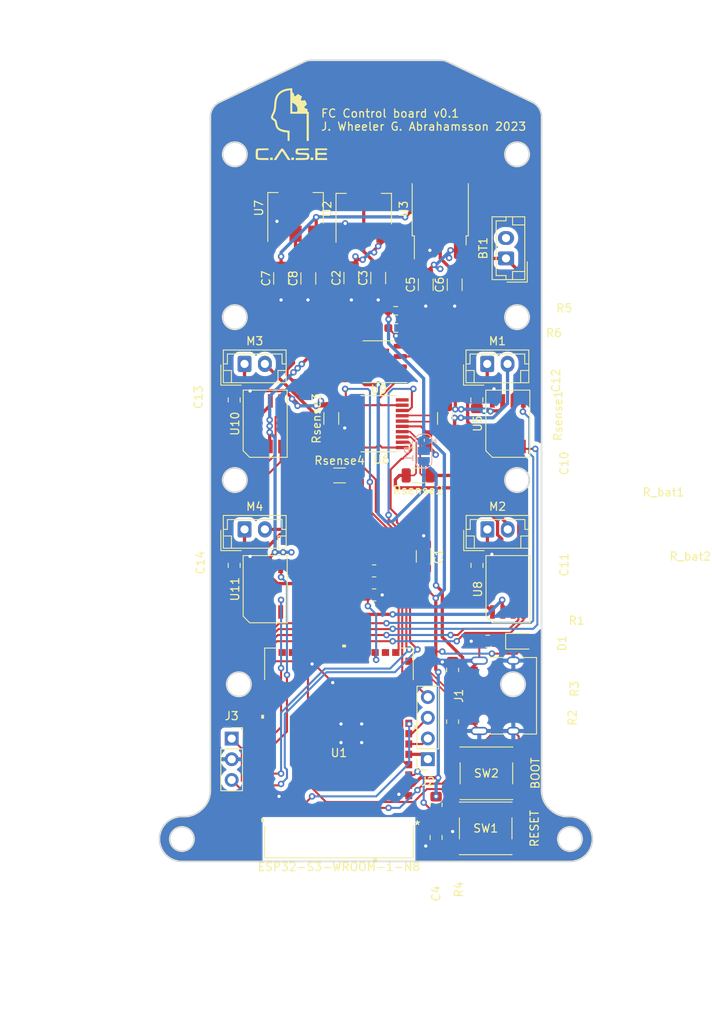
<source format=kicad_pcb>
(kicad_pcb (version 20221018) (generator pcbnew)
  (layers (0 "F.Cu" signal) (31 "B.Cu" signal) (34 "B.Paste" user) (35 "F.Paste" user) (36 "B.SilkS" user "B.Silkscreen") (37 "F.SilkS" user "F.Silkscreen") (38 "B.Mask" user) (39 "F.Mask" user) (44 "Edge.Cuts" user))
  (net 0 "")
  (net 1 "GNDREF")
  (net 2 "VCC")
  (net 3 "+3V3")
  (net 4 "Net-(BT1--)")
  (net 5 "+5V")
  (net 6 "/USB_D+")
  (net 7 "/USB_D-")
  (net 8 "Net-(D1-K)")
  (net 9 "Net-(J1-CC1)")
  (net 11 "Net-(J1-CC2)")
  (net 13 "Net-(JP1-C)")
  (net 14 "Net-(U6-VS)")
  (net 17 "Net-(M2-+)")
  (net 18 "/in-1")
  (net 19 "/M1_sense")
  (net 20 "/M2_sense")
  (net 26 "/MISO")
  (net 28 "/REV_1")
  (net 29 "/FWR_1")
  (net 33 "/Servo")
  (net 36 "/ACD1_9")
  (net 37 "/ACD1_8")
  (net 38 "/M3_sense")
  (net 39 "/ACD1_7")
  (net 40 "/ACD1_6")
  (net 41 "/ACD1_5")
  (net 42 "/EN")
  (net 43 "/ACD1_4")
  (net 44 "/M4_sense")
  (net 45 "Net-(U6-REF1)")
  (net 46 "/in+1")
  (net 47 "/IO0")
  (net 48 "Net-(U9A-+)")
  (net 50 "Net-(M1-+)")
  (net 51 "/in-2")
  (net 52 "Net-(M3-+)")
  (net 53 "/in-3")
  (net 54 "Net-(M4-+)")
  (net 55 "/in-4")
  (net 56 "/in+2")
  (net 57 "/in+3")
  (net 58 "/in+4")
  (net 59 "/REV_4")
  (net 60 "/FWR_4")
  (net 61 "/REV_3")
  (net 62 "/FWR_3")
  (net 63 "/REV_2")
  (net 64 "/FWR_2")
  (footprint "Capacitor_SMD:C_1206_3216Metric" (layer "F.Cu") (at 194.956 126.462 90)
    (fp_text reference "C7")
    (fp_text value "10uF")
  )
  (footprint "Connector_JST:JST_EH_B2B-EH-A_1x02_P2.50mm_Vertical" (layer "F.Cu") (at 220.289599 136.9595)
    (fp_text reference "M1")
    (fp_text value "Motor_DC_ALT")
  )
  (footprint "Capacitor_SMD:C_1206_3216Metric" (layer "F.Cu") (at 212.482 160.6 -90)
    (fp_text reference "C1")
    (fp_text value "C")
  )
  (footprint "Connector_JST:JST_EH_B2B-EH-A_1x02_P2.50mm_Vertical" (layer "F.Cu") (at 220.311 157.2795)
    (fp_text reference "M2")
    (fp_text value "Motor_DC_ALT")
  )
  (footprint "Capacitor_SMD:C_0805_2012Metric_Pad1.18x1.45mm_HandSolder" (layer "F.Cu") (at 214.006 195.1225 90)
    (fp_text reference "C4")
    (fp_text value "100n")
  )
  (footprint "Capacitor_SMD:C_0805_2012Metric_Pad1.18x1.45mm_HandSolder" (layer "F.Cu") (at 189.19 141.3825 -90)
    (fp_text reference "C13")
    (fp_text value "10µ")
  )
  (footprint "Package_TO_SOT_SMD:SOT-223-3_TabPin2" (layer "F.Cu") (at 196.734 117.826 90)
    (fp_text reference "U7")
    (fp_text value "AZ1117-3.3")
  )
  (footprint "Package_TO_SOT_SMD:TO-252-2" (layer "F.Cu") (at 214.514 117.928 90)
    (fp_text reference "U3")
    (fp_text value "AZ1117-5.0")
  )
  (footprint "FC_footprint_library:ZXBM5210" (layer "F.Cu") (at 193 164.6235)
    (fp_text reference "U11")
    (fp_text value "ZXBM5210")
  )
  (footprint "Resistor_SMD:R_0805_2012Metric_Pad1.20x1.40mm_HandSolder" (layer "F.Cu") (at 216.038 180.889 -90)
    (fp_text reference "R2")
    (fp_text value "5.1K")
  )
  (footprint "LED_SMD:LED_0805_2012Metric_Pad1.15x1.40mm_HandSolder" (layer "F.Cu") (at 224.42 171.014)
    (fp_text reference "D1")
    (fp_text value "PWR_LED")
  )
  (footprint "Capacitor_SMD:C_1206_3216Metric" (layer "F.Cu") (at 198.306 126.462 90)
    (fp_text reference "C8")
    (fp_text value "10uF")
  )
  (footprint "Connector_PinSocket_2.54mm:PinSocket_1x04_P2.54mm_Vertical" (layer "F.Cu") (at 212.99 185.492 180)
    (fp_text reference "J2")
    (fp_text value "Conn_01x04_Pin")
  )
  (footprint "Capacitor_SMD:C_1206_3216Metric" (layer "F.Cu") (at 212.735 127.233 90)
    (fp_text reference "C5")
    (fp_text value "10uF")
  )
  (footprint "Package_SO:SOIC-8-1EP_3.9x4.9mm_P1.27mm_EP2.514x3.2mm" (layer "F.Cu") (at 206.97 136.686 180)
    (fp_text reference "U9")
    (fp_text value "LM358_DFN")
  )
  (footprint "FC_footprint_library:ZXBM5210" (layer "F.Cu") (at 222.845 164.6235)
    (fp_text reference "U8")
    (fp_text value "ZXBM5210")
  )
  (footprint "Resistor_SMD:R_0805_2012Metric_Pad1.20x1.40mm_HandSolder" (layer "F.Cu") (at 216.038 174.539 90)
    (fp_text reference "R3")
    (fp_text value "5.1K")
  )
  (footprint "Connector_JST:JST_EH_B2B-EH-A_1x02_P2.50mm_Vertical" (layer "F.Cu") (at 190.466 157.2795)
    (fp_text reference "M4")
    (fp_text value "Motor_DC_ALT")
  )
  (footprint "FC_footprint_library:SOP65P640X120-20N" (layer "F.Cu") (at 206.97 144.306 180)
    (fp_text reference "U6")
    (fp_text value "INA4181A3IPWR")
  )
  (footprint "Resistor_SMD:R_0805_2012Metric_Pad1.20x1.40mm_HandSolder" (layer "F.Cu") (at 214.006 191.096 90)
    (fp_text reference "R4")
    (fp_text value "10K")
  )
  (footprint "Resistor_SMD:R_0805_2012Metric_Pad1.20x1.40mm_HandSolder" (layer "F.Cu") (at 220.356 171.014)
    (fp_text reference "R1")
    (fp_text value "R_LED")
  )
  (footprint "FC_footprint_library:ZXBM5210" (layer "F.Cu") (at 193 144.3035)
    (fp_text reference "U10")
    (fp_text value "ZXBM5210")
  )
  (footprint "Connector_JST:JST_EH_B2B-EH-A_1x02_P2.50mm_Vertical" (layer "F.Cu") (at 190.466 136.9595)
    (fp_text reference "M3")
    (fp_text value "Motor_DC_ALT")
  )
  (footprint "Button_Switch_SMD:SW_Push_1P1T_NO_6x6mm_H9.5mm" (layer "F.Cu") (at 220.191 187.234)
    (fp_text reference "SW2")
    (fp_text value "BOOT")
  )
  (footprint "LOGO" (layer "F.Cu") (at 196.150043 107.093182)
    (fp_text reference "G***" hide)
    (fp_text value "LOGO" hide)
  )
  (footprint "Resistor_SMD:R_1206_3216Metric" (layer "F.Cu") (at 215.098 143.660984 90)
    (fp_text reference "Rsense1")
    (fp_text value "R_Small")
  )
  (footprint "Resistor_SMD:R_0805_2012Metric_Pad1.20x1.40mm_HandSolder" (layer "F.Cu") (at 206.386 162.378)
    (fp_text reference "R_bat1")
    (fp_text value "80k")
  )
  (footprint "FC_footprint_library:ESP32-S3-WROOM-1-N8" (layer "F.Cu") (at 202.068 184.73 180)
    (fp_text reference "U1")
    (fp_text value "ESP32-S3-WROOM-1-N8")
  )
  (footprint "Package_TO_SOT_SMD:SOT-223-3_TabPin2" (layer "F.Cu") (at 205.116 117.928 90)
    (fp_text reference "U2")
    (fp_text value "AZ1117-3.3")
  )
  (footprint "Connector_USB:USB_C_Receptacle_HRO_TYPE-C-31-M-12" (layer "F.Cu") (at 222.448 177.714 90)
    (fp_text reference "J1")
    (fp_text value "USB_C_Receptacle_USB2.0")
  )
  (footprint "Capacitor_SMD:C_1206_3216Metric" (layer "F.Cu") (at 206.894 126.413 90)
    (fp_text reference "C3")
    (fp_text value "10uF")
  )
  (footprint "Resistor_SMD:R_0603_1608Metric_Pad0.98x0.95mm_HandSolder" (layer "F.Cu") (at 209.049465 132.553246 180)
    (fp_text reference "R6")
    (fp_text value "R_Small")
  )
  (footprint "Capacitor_SMD:C_0805_2012Metric_Pad1.18x1.45mm_HandSolder" (layer "F.Cu") (at 219.013599 141.3825 -90)
    (fp_text reference "C12")
    (fp_text value "10µ")
  )
  (footprint "Capacitor_SMD:C_0603_1608Metric" (layer "F.Cu") (at 213.066 146.338 90)
    (fp_text reference "C10")
    (fp_text value "C_Small")
  )
  (footprint "Resistor_SMD:R_0603_1608Metric_Pad0.98x0.95mm_HandSolder" (layer "F.Cu") (at 209.036264 130.441271 180)
    (fp_text reference "R5")
    (fp_text value "R_Small")
  )
  (footprint "Capacitor_SMD:C_0805_2012Metric_Pad1.18x1.45mm_HandSolder" (layer "F.Cu") (at 189.19 161.7025 -90)
    (fp_text reference "C14")
    (fp_text value "10µ")
  )
  (footprint "Button_Switch_SMD:SW_Push_1P1T_NO_6x6mm_H9.5mm" (layer "F.Cu") (at 220.102 193.993634)
    (fp_text reference "SW1")
    (fp_text value "RESET")
  )
  (footprint "Connector_JST:JST_EH_B2B-EH-A_1x02_P2.50mm_Vertical" (layer "F.Cu") (at 222.596 124.004 90)
    (fp_text reference "BT1")
    (fp_text value "Battery")
  )
  (footprint "FC_footprint_library:ZXBM5210" (layer "F.Cu") (at 222.823599 144.3035)
    (fp_text reference "U5")
    (fp_text value "ZXBM5210")
  )
  (footprint "Capacitor_SMD:C_1206_3216Metric" (layer "F.Cu") (at 216.291 127.233 90)
    (fp_text reference "C6")
    (fp_text value "10uF")
  )
  (footprint "Connector_PinSocket_2.54mm:PinSocket_1x03_P2.54mm_Vertical" (layer "F.Cu") (at 188.885 182.967)
    (fp_text reference "J3")
    (fp_text value "Conn_01x03_Pin")
  )
  (footprint "Resistor_SMD:R_1206_3216Metric" (layer "F.Cu") (at 211.796 150.656 180)
    (fp_text reference "Rsense2")
    (fp_text value "R_Small")
  )
  (footprint "Resistor_SMD:R_1206_3216Metric" (layer "F.Cu") (at 201.128 143.660984 90)
    (fp_text reference "Rsense3")
    (fp_text value "R_Small")
  )
  (footprint "Resistor_SMD:R_1206_3216Metric" (layer "F.Cu") (at 202.144 150.656)
    (fp_text reference "Rsense4")
    (fp_text value "R_Small")
  )
  (footprint "Capacitor_SMD:C_0805_2012Metric_Pad1.18x1.45mm_HandSolder" (layer "F.Cu") (at 219.035 161.7025 -90)
    (fp_text reference "C11")
    (fp_text value "10µ")
  )
  (footprint "Resistor_SMD:R_0805_2012Metric_Pad1.20x1.40mm_HandSolder" (layer "F.Cu") (at 206.386 165.328)
    (fp_text reference "R_bat2")
    (fp_text value "50k")
  )
  (footprint "Capacitor_SMD:C_1206_3216Metric" (layer "F.Cu") (at 203.592 126.413 90)
    (fp_text reference "C2")
    (fp_text value "10uF")
  )
  (footprint "Jumper:SolderJumper-3_P1.3mm_Bridged12_RoundedPad1.0x1.5mm" (layer "B.Cu") (at 212.482 147.646 -90)
    (fp_text reference "JP1")
    (fp_text value "SolderJumper_3_Bridged12")
  )
  (gr_line (start 184.920435 191.922927) (end 184.824248 191.992261) (stroke (width 0.2)) (layer "Edge.Cuts"))
  (gr_arc (start 197.818249 99.871209) (mid 198.237224 99.726198) (end 198.677853 99.677056) (stroke (width 0.2)) (layer "Edge.Cuts"))
  (gr_arc (start 230.316522 192.554527) (mid 233.208793 195.219012) (end 230.480029 198.050709) (stroke (width 0.2)) (layer "Edge.Cuts"))
  (gr_circle (center 189.270008 111.220299) (end 190.770008 111.220299) (stroke (width 0.2)) (fill none) (layer "Edge.Cuts"))
  (gr_curve (pts (xy 226.96 189.286475) (xy 226.96 189.724879) (xy 227.033374 190.154338) (xy 227.201007 190.559104)) (stroke (width 0.2)) (layer "Edge.Cuts"))
  (gr_curve (pts (xy 186.155663 190.186029) (xy 186.2347 189.892441) (xy 186.270008 189.590595) (xy 186.270008 189.286475)) (stroke (width 0.2)) (layer "Edge.Cuts"))
  (gr_arc (start 182.749979 198.050709) (mid 180.021224 195.219008) (end 182.913486 192.554527) (stroke (width 0.2)) (layer "Edge.Cuts"))
  (gr_circle (center 182.770008 195.300782) (end 184.270008 195.300782) (stroke (width 0.2)) (fill none) (layer "Edge.Cuts"))
  (gr_arc (start 214.552155 99.677056) (mid 214.992787 99.726187) (end 215.411759 99.871209) (stroke (width 0.2)) (layer "Edge.Cuts"))
  (gr_circle (center 230.46 195.300782) (end 231.96 195.300782) (stroke (width 0.2)) (fill none) (layer "Edge.Cuts"))
  (gr_arc (start 230.316522 192.554527) (mid 229.313117 192.436596) (end 228.40576 191.992261) (stroke (width 0.2)) (layer "Edge.Cuts"))
  (gr_line (start 228.40576 191.992261) (end 228.309573 191.922927) (stroke (width 0.2)) (layer "Edge.Cuts"))
  (gr_line (start 197.818249 99.871209) (end 187.410404 104.825465) (stroke (width 0.2)) (layer "Edge.Cuts"))
  (gr_curve (pts (xy 227.646704 191.304157) (xy 227.838651 191.539948) (xy 228.062867 191.745095) (xy 228.309573 191.922927)) (stroke (width 0.2)) (layer "Edge.Cuts"))
  (gr_circle (center 223.96 111.220299) (end 225.46 111.220299) (stroke (width 0.2)) (fill none) (layer "Edge.Cuts"))
  (gr_line (start 214.552155 99.677056) (end 198.677853 99.677056) (stroke (width 0.2)) (layer "Edge.Cuts"))
  (gr_curve (pts (xy 185.811884 190.983253) (xy 185.965498 190.734707) (xy 186.079703 190.468188) (xy 186.155663 190.186029)) (stroke (width 0.2)) (layer "Edge.Cuts"))
  (gr_line (start 182.749979 198.050709) (end 230.480029 198.050709) (stroke (width 0.2)) (layer "Edge.Cuts"))
  (gr_arc (start 186.270008 106.631311) (mid 186.578972 105.563418) (end 187.410404 104.825465) (stroke (width 0.2)) (layer "Edge.Cuts"))
  (gr_curve (pts (xy 184.920435 191.922927) (xy 185.276075 191.666572) (xy 185.581553 191.355926) (xy 185.811884 190.983253)) (stroke (width 0.2)) (layer "Edge.Cuts"))
  (gr_circle (center 189.270008 131.220299) (end 190.770008 131.220299) (stroke (width 0.2)) (fill none) (layer "Edge.Cuts"))
  (gr_circle (center 223.96 151.220299) (end 225.46 151.220299) (stroke (width 0.2)) (fill none) (layer "Edge.Cuts"))
  (gr_line (start 226.96 109.053524) (end 226.96 106.631311) (stroke (width 0.2)) (layer "Edge.Cuts"))
  (gr_line (start 186.270008 106.631311) (end 186.270008 109.053524) (stroke (width 0.2)) (layer "Edge.Cuts"))
  (gr_line (start 186.270008 109.053524) (end 186.270008 189.286475) (stroke (width 0.2)) (layer "Edge.Cuts"))
  (gr_arc (start 184.824248 191.992261) (mid 183.916892 192.436597) (end 182.913486 192.554527) (stroke (width 0.2)) (layer "Edge.Cuts"))
  (gr_circle (center 223.96 131.220299) (end 225.46 131.220299) (stroke (width 0.2)) (fill none) (layer "Edge.Cuts"))
  (gr_line (start 225.819604 104.825465) (end 215.411759 99.871209) (stroke (width 0.2)) (layer "Edge.Cuts"))
  (gr_line (start 226.96 189.286475) (end 226.96 109.053524) (stroke (width 0.2)) (layer "Edge.Cuts"))
  (gr_circle (center 189.770008 176.300782) (end 191.270008 176.300782) (stroke (width 0.2)) (fill none) (layer "Edge.Cuts"))
  (gr_curve (pts (xy 227.201007 190.559104) (xy 227.312806 190.829055) (xy 227.462229 191.077547) (xy 227.646704 191.304157)) (stroke (width 0.2)) (layer "Edge.Cuts"))
  (gr_circle (center 189.270008 151.220299) (end 190.770008 151.220299) (stroke (width 0.2)) (fill none) (layer "Edge.Cuts"))
  (gr_arc (start 225.819604 104.825465) (mid 226.651036 105.563418) (end 226.96 106.631311) (stroke (width 0.2)) (layer "Edge.Cuts"))
  (gr_circle (center 223.46 176.300782) (end 224.96 176.300782) (stroke (width 0.2)) (fill none) (layer "Edge.Cuts"))
  (gr_text "FC Control board v0.1\nJ. Wheeler G. Abrahamsson 2023" (at 199.782 107.006) (layer "F.SilkS") (effects (font (size 1 1)) (justify left)))
  (segment (start 212.736 196.16) (end 214.006 196.16) (width 0.25) (layer "F.Cu") (net 1))
  (segment (start 216.127 191.743634) (end 224.077 191.743634) (width 0.25) (layer "F.Cu") (net 1))
  (segment (start 224.166 182.702) (end 223.498 182.034) (width 0.25) (layer "F.Cu") (net 1))
  (segment (start 216.291 128.708) (end 216.291 129.865) (width 0.25) (layer "F.Cu") (net 1))
  (segment (start 216.127 191.743634) (end 216.127 194.293) (width 0.25) (layer "F.Cu") (net 1))
  (segment (start 212.735 128.708) (end 212.735 129.865) (width 0.25) (layer "F.Cu") (net 1))
  (segment (start 216.038 173.539) (end 214.783 173.539) (width 0.25) (layer "F.Cu") (net 1))
  (segment (start 194.434 119.466) (end 194.448 119.452) (width 0.25) (layer "F.Cu") (net 1))
  (segment (start 201.052 175.84) (end 199.02 173.808) (width 0.25) (layer "F.Cu") (net 1))
  (segment (start 202.816 121.078) (end 202.816 119.72) (width 0.25) (layer "F.Cu") (net 1))
  (segment (start 191.095 141.5035) (end 191.095 140.331) (width 0.25) (layer "F.Cu") (net 1))
  (segment (start 218.403 174.464) (end 218.403 174.309) (width 0.4) (layer "F.Cu") (net 1))
  (segment (start 209.6075 134.023781) (end 209.092859 133.509141) (width 0.25) (layer "F.Cu") (net 1))
  (segment (start 218.403 174.309) (end 219.318 173.394) (width 0.4) (layer "F.Cu") (net 1))
  (segment (start 202.972898 144.631) (end 202.777359 144.826539) (width 0.25) (layer "F.Cu") (net 1))
  (segment (start 216.963 180.964) (end 216.038 181.889) (width 0.25) (layer "F.Cu") (net 1))
  (segment (start 198.306 129.056) (end 198.258 129.104) (width 0.25) (layer "F.Cu") (net 1))
  (segment (start 204.1 144.631) (end 202.972898 144.631) (width 0.25) (layer "F.Cu") (net 1))
  (segment (start 220.918599 140.225401) (end 221.118 140.026) (width 0.25) (layer "F.Cu") (net 1))
  (segment (start 213.204 122.968) (end 213.244 123.008) (width 0.25) (layer "F.Cu") (net 1))
  (segment (start 214.783 173.539) (end 214.768 173.554) (width 0.25) (layer "F.Cu") (net 1))
  (segment (start 220.918599 141.5035) (end 220.918599 140.225401) (width 0.25) (layer "F.Cu") (net 1))
  (segment (start 216.216 182.067) (end 216.038 181.889) (width 0.25) (layer "F.Cu") (net 1))
  (segment (start 220.94 161.8235) (end 220.94 160.422) (width 0.25) (layer "F.Cu") (net 1))
  (segment (start 191.095 161.8235) (end 191.095 160.651) (width 0.25) (layer "F.Cu") (net 1))
  (segment (start 212.482 159.125) (end 212.482 158.06) (width 0.25) (layer "F.Cu") (net 1))
  (segment (start 219.318 173.394) (end 219.318 171.052) (width 0.25) (layer "F.Cu") (net 1))
  (segment (start 216.216 184.984) (end 216.216 182.067) (width 0.25) (layer "F.Cu") (net 1))
  (segment (start 216.291 129.865) (end 216.292 129.866) (width 0.25) (layer "F.Cu") (net 1))
  (segment (start 209.092859 133.509141) (end 208.136965 132.553246) (width 0.25) (layer "F.Cu") (net 1))
  (segment (start 209.6077 189.9837) (end 209.434 189.81) (width 0.25) (layer "F.Cu") (net 1))
  (segment (start 191.095 140.331) (end 191.146 140.28) (width 0.25) (layer "F.Cu") (net 1))
  (segment (start 220.94 160.422) (end 220.864 160.346) (width 0.25) (layer "F.Cu") (net 1))
  (segment (start 225.266 190.554634) (end 225.266 186.084) (width 0.25) (layer "F.Cu") (net 1))
  (segment (start 202.816 119.72) (end 202.83 119.706) (width 0.25) (layer "F.Cu") (net 1))
  (segment (start 225.266 186.084) (end 224.166 184.984) (width 0.25) (layer "F.Cu") (net 1))
  (segment (start 193.4871 189.9837) (end 194.6217 189.9837) (width 0.25) (layer "F.Cu") (net 1))
  (segment (start 219.318 182.034) (end 219.318 181.879) (width 0.25) (layer "F.Cu") (net 1))
  (segment (start 206.894 127.888) (end 206.894 129.104) (width 0.25) (layer "F.Cu") (net 1))
  (segment (start 224.166 184.984) (end 224.166 182.702) (width 0.25) (layer "F.Cu") (net 1))
  (segment (start 209.6075 134.781) (end 209.6075 134.023781) (width 0.25) (layer "F.Cu") (net 1))
  (segment (start 224.077 191.743634) (end 225.266 190.554634) (width 0.25) (layer "F.Cu") (net 1))
  (segment (start 218.403 180.964) (end 216.963 180.964) (width 0.25) (layer "F.Cu") (net 1))
  (segment (start 212.735 129.865) (end 212.736 129.866) (width 0.25) (layer "F.Cu") (net 1))
  (segment (start 201.306 176.094) (end 201.052 175.84) (width 0.25) (layer "F.Cu") (net 1))
  (segment (start 216.127 194.293) (end 216.038 194.382) (width 0.25) (layer "F.Cu") (net 1))
  (segment (start 191.095 160.651) (end 191.146 160.6) (width 0.25) (layer "F.Cu") (net 1))
  (segment (start 210.6489 189.9837) (end 209.6077 189.9837) (width 0.25) (layer "F.Cu") (net 1))
  (segment (start 203.592 127.888) (end 203.592 129.104) (width 0.25) (layer "F.Cu") (net 1))
  (segment (start 219.318 181.879) (end 218.403 180.964) (width 0.25) (layer "F.Cu") (net 1))
  (segment (start 198.306 127.937) (end 198.306 129.056) (width 0.25) (layer "F.Cu") (net 1))
  (segment (start 194.6217 189.9837) (end 194.702 190.064) (width 0.25) (layer "F.Cu") (net 1))
  (segment (start 194.956 127.937) (end 194.956 129.104) (width 0.25) (layer "F.Cu") (net 1))
  (segment (start 199.02 173.808) (end 198.766 173.808) (width 0.25) (layer "F.Cu") (net 1))
  (segment (start 194.434 120.976) (end 194.434 119.466) (width 0.25) (layer "F.Cu") (net 1))
  (segment (start 219.318 171.052) (end 219.356 171.014) (width 0.25) (layer "F.Cu") (net 1))
  (segment (start 212.234 122.968) (end 213.204 122.968) (width 0.25) (layer "F.Cu") (net 1))
  (segment (start 219.356 171.014) (end 218.324 171.014) (width 0.25) (layer "F.Cu") (net 1))
  (via (at 212.736 129.866) (size 0.8) (drill 0.4) (layers "F.Cu" "B.Cu") (net 1))
  (via (at 203.592 129.104) (size 0.8) (drill 0.4) (layers "F.Cu" "B.Cu") (net 1))
  (via (at 214.768 173.554) (size 0.8) (drill 0.4) (layers "F.Cu" "B.Cu") (net 1))
  (via (at 207.386 165.328) (size 0.8) (drill 0.4) (layers "F.Cu" "B.Cu") (net 1))
  (via (at 220.864 160.346) (size 0.8) (drill 0.4) (layers "F.Cu" "B.Cu") (net 1))
  (via (at 198.766 173.808) (size 0.8) (drill 0.4) (layers "F.Cu" "B.Cu") (net 1))
  (via (at 194.702 190.064) (size 0.8) (drill 0.4) (layers "F.Cu" "B.Cu") (net 1))
  (via (at 202.322 183.46) (size 0.8) (drill 0.4) (layers "F.Cu" "B.Cu") (net 1))
  (via (at 209.434 189.81) (size 0.8) (drill 0.4) (layers "F.Cu" "B.Cu") (net 1))
  (via (at 212.482 158.06) (size 0.8) (drill 0.4) (layers "F.Cu" "B.Cu") (net 1))
  (via (at 221.118 140.026) (size 0.8) (drill 0.4) (layers "F.Cu" "B.Cu") (net 1))
  (via (at 204.862 183.46) (size 0.8) (drill 0.4) (layers "F.Cu" "B.Cu") (net 1))
  (via (at 209.092859 133.509141) (size 0.8) (drill 0.4) (layers "F.Cu" "B.Cu") (net 1))
  (via (at 218.324 171.014) (size 0.8) (drill 0.4) (layers "F.Cu" "B.Cu") (net 1))
  (via (at 206.894 129.104) (size 0.8) (drill 0.4) (layers "F.Cu" "B.Cu") (net 1))
  (via (at 212.736 196.16) (size 0.8) (drill 0.4) (layers "F.Cu" "B.Cu") (net 1))
  (via (at 194.448 119.452) (size 0.8) (drill 0.4) (layers "F.Cu" "B.Cu") (net 1))
  (via (at 202.322 181.174) (size 0.8) (drill 0.4) (layers "F.Cu" "B.Cu") (net 1))
  (via (at 204.862 181.174) (size 0.8) (drill 0.4) (layers "F.Cu" "B.Cu") (net 1))
  (via (at 216.038 194.382) (size 0.8) (drill 0.4) (layers "F.Cu" "B.Cu") (net 1))
  (via (at 194.956 129.104) (size 0.8) (drill 0.4) (layers "F.Cu" "B.Cu") (net 1))
  (via (at 216.292 129.866) (size 0.8) (drill 0.4) (layers "F.Cu" "B.Cu") (net 1))
  (via (at 191.146 140.28) (size 0.8) (drill 0.4) (layers "F.Cu" "B.Cu") (net 1))
  (via (at 213.244 123.008) (size 0.8) (drill 0.4) (layers "F.Cu" "B.Cu") (net 1))
  (via (at 202.83 119.706) (size 0.8) (drill 0.4) (layers "F.Cu" "B.Cu") (net 1))
  (via (at 201.306 176.094) (size 0.8) (drill 0.4) (layers "F.Cu" "B.Cu") (net 1))
  (via (at 191.146 160.6) (size 0.8) (drill 0.4) (layers "F.Cu" "B.Cu") (net 1))
  (via (at 198.258 129.104) (size 0.8) (drill 0.4) (layers "F.Cu" "B.Cu") (net 1))
  (via (at 202.777359 144.826539) (size 0.8) (drill 0.4) (layers "F.Cu" "B.Cu") (net 1))
  (segment (start 216.038 194.382) (end 214.26 196.16) (width 0.25) (layer "B.Cu") (net 1))
  (segment (start 195.21 129.104) (end 195.464 128.85) (width 0.25) (layer "B.Cu") (net 1))
  (segment (start 214.26 196.16) (end 212.736 196.16) (width 0.25) (layer "B.Cu") (net 1))
  (segment (start 207.277 192.479) (end 209.434 192.479) (width 0.25) (layer "B.Cu") (net 1))
  (segment (start 194.956 129.104) (end 195.21 129.104) (width 0.25) (layer "B.Cu") (net 1))
  (segment (start 207.148 192.35) (end 207.277 192.479) (width 0.25) (layer "B.Cu") (net 1))
  (segment (start 204.608 167.712) (end 208.672 167.712) (width 0.4) (layer "F.Cu") (net 2))
  (segment (start 194.5265 163.94) (end 200.836 163.94) (width 0.4) (layer "F.Cu") (net 2))
  (segment (start 193.635 161.8235) (end 193.635 160.651) (width 0.4) (layer "F.Cu") (net 2))
  (segment (start 204.985834 124.160498) (end 204.369502 124.160498) (width 0.4) (layer "F.Cu") (net 2))
  (segment (start 193.635 161.8235) (end 193.635 163.0485) (width 0.4) (layer "F.Cu") (net 2))
  (segment (start 223.458599 140.733401) (end 223.458599 141.5035) (width 0.4) (layer "F.Cu") (net 2))
  (segment (start 207.416 121.978) (end 206.894 122.5) (width 0.4) (layer "F.Cu") (net 2))
  (segment (start 222.596 124.004) (end 226.452 127.86) (width 0.4) (layer "F.Cu") (net 2))
  (segment (start 222.596 124.004) (end 217.83 124.004) (width 0.4) (layer "F.Cu") (net 2))
  (segment (start 192.365 147.1035) (end 193.635 147.1035) (width 0.4) (layer "F.Cu") (net 2))
  (segment (start 226.452 127.86) (end 226.452 137.74) (width 0.4) (layer "F.Cu") (net 2))
  (segment (start 196.48 137.994) (end 196.988 137.486) (width 0.4) (layer "F.Cu") (net 2))
  (segment (start 192.365 167.4235) (end 193.635 167.4235) (width 0.4) (layer "F.Cu") (net 2))
  (segment (start 224.166 160.4825) (end 223.48 161.1685) (width 0.4) (layer "F.Cu") (net 2))
  (segment (start 207.416 121.078) (end 212.096 125.758) (width 0.4) (layer "F.Cu") (net 2))
  (segment (start 193.5555 143.836) (end 193.5555 147.024) (width 0.4) (layer "F.Cu") (net 2))
  (segment (start 204.1 123.77) (end 204.490498 124.160498) (width 0.4) (layer "F.Cu") (net 2))
  (segment (start 216.754 123.008) (end 216.794 122.968) (width 0.4) (layer "F.Cu") (net 2))
  (segment (start 222.257562 148.829537) (end 222.257562 151.931659) (width 0.4) (layer "F.Cu") (net 2))
  (segment (start 212.78 125.758) (end 213.752 124.786) (width 0.4) (layer "F.Cu") (net 2))
  (segment (start 196.226 160.092) (end 194.194 160.092) (width 0.4) (layer "F.Cu") (net 2))
  (segment (start 212.096 125.758) (end 212.735 125.758) (width 0.4) (layer "F.Cu") (net 2))
  (segment (start 223.458599 147.6285) (end 222.257562 148.829537) (width 0.4) (layer "F.Cu") (net 2))
  (segment (start 196.988 137.486) (end 197.496 136.978) (width 0.4) (layer "F.Cu") (net 2))
  (segment (start 206.894 122.5) (end 206.386 123.008) (width 0.4) (layer "F.Cu") (net 2))
  (segment (start 207.416 121.078) (end 207.416 121.978) (width 0.4) (layer "F.Cu") (net 2))
  (segment (start 193.635 142.0285) (end 192.365 143.2985) (width 0.4) (layer "F.Cu") (net 2))
  (segment (start 203.592 124.938) (end 200.544 127.986) (width 0.4) (layer "F.Cu") (net 2))
  (segment (start 204.369502 124.160498) (end 203.592 124.938) (width 0.4) (layer "F.Cu") (net 2))
  (segment (start 212.735 125.758) (end 212.78 125.758) (width 0.4) (layer "F.Cu") (net 2))
  (segment (start 223.458599 147.1035) (end 223.458599 147.6285) (width 0.4) (layer "F.Cu") (net 2))
  (segment (start 204.1 124.43) (end 203.592 124.938) (width 0.4) (layer "F.Cu") (net 2))
  (segment (start 223.48 161.8235) (end 223.48 167.4235) (width 0.4) (layer "F.Cu") (net 2))
  (segment (start 222.257562 151.931659) (end 224.166 153.840097) (width 0.4) (layer "F.Cu") (net 2))
  (segment (start 193.635 141.5035) (end 193.635 142.0285) (width 0.4) (layer "F.Cu") (net 2))
  (segment (start 226.452 137.74) (end 223.458599 140.733401) (width 0.4) (layer "F.Cu") (net 2))
  (segment (start 192.365 143.2985) (end 192.365 147.1035) (width 0.4) (layer "F.Cu") (net 2))
  (segment (start 223.458599 147.1035) (end 222.188599 147.1035) (width 0.4) (layer "F.Cu") (net 2))
  (segment (start 224.166 153.840097) (end 224.166 160.4825) (width 0.4) (layer "F.Cu") (net 2))
  (segment (start 194.5265 163.94) (end 203.824 163.94) (width 0.4) (layer "F.Cu") (net 2))
  (segment (start 193.635 163.0485) (end 194.5265 163.94) (width 0.4) (layer "F.Cu") (net 2))
  (segment (start 200.544 127.986) (end 200.544 133.93) (width 0.4) (layer "F.Cu") (net 2))
  (segment (start 200.836 163.94) (end 204.608 167.712) (width 0.4) (layer "F.Cu") (net 2))
  (segment (start 206.386 123.008) (end 206.386 123.262) (width 0.4) (layer "F.Cu") (net 2))
  (segment (start 223.48 161.1685) (end 223.48 161.8235) (width 0.4) (layer "F.Cu") (net 2))
  (segment (start 215.784 123.008) (end 216.754 123.008) (width 0.4) (layer "F.Cu") (net 2))
  (segment (start 203.824 163.94) (end 205.386 162.378) (width 0.4) (layer "F.Cu") (net 2))
  (segment (start 204.490498 124.160498) (end 204.985834 124.160498) (width 0.4) (layer "F.Cu") (net 2))
  (segment (start 193.635 167.4235) (end 193.635 161.8235) (width 0.4) (layer "F.Cu") (net 2))
  (segment (start 204.1 123.77) (end 204.1 124.43) (width 0.4) (layer "F.Cu") (net 2))
  (segment (start 223.48 167.4235) (end 222.21 167.4235) (width 0.4) (layer "F.Cu") (net 2))
  (segment (start 222.134 165.934) (end 222.134 167.3475) (width 0.4) (layer "F.Cu") (net 2))
  (segment (start 200.544 133.93) (end 197.496 136.978) (width 0.4) (layer "F.Cu") (net 2))
  (segment (start 193.635 160.651) (end 194.194 160.092) (width 0.4) (layer "F.Cu") (net 2))
  (segment (start 217.83 124.004) (end 216.794 122.968) (width 0.4) (layer "F.Cu") (net 2))
  (segment (start 193.5555 147.024) (end 193.635 147.1035) (width 0.4) (layer "F.Cu") (net 2))
  (segment (start 223.458599 141.5035) (end 223.458599 147.1035) (width 0.4) (layer "F.Cu") (net 2))
  (segment (start 222.134 167.3475) (end 222.21 167.4235) (width 0.4) (layer "F.Cu") (net 2))
  (via (at 193.5555 145.36) (size 0.8) (drill 0.4) (layers "F.Cu" "B.Cu") (net 2))
  (via (at 196.226 160.092) (size 0.8) (drill 0.4) (layers "F.Cu" "B.Cu") (net 2))
  (via (at 222.134 165.934) (size 0.8) (drill 0.4) (layers "F.Cu" "B.Cu") (net 2))
  (via (at 196.48 137.994) (size 0.8) (drill 0.4) (layers "F.Cu" "B.Cu") (net 2))
  (via (at 204.985834 124.160498) (size 0.8) (drill 0.4) (layers "F.Cu" "B.Cu") (net 2))
  (via (at 213.752 124.786) (size 0.8) (drill 0.4) (layers "F.Cu" "B.Cu") (net 2))
  (via (at 206.386 123.262) (size 0.8) (drill 0.4) (layers "F.Cu" "B.Cu") (net 2))
  (via (at 196.988 137.486) (size 0.8) (drill 0.4) (layers "F.Cu" "B.Cu") (net 2))
  (via (at 214.514 125.294) (size 0.8) (drill 0.4) (layers "F.Cu" "B.Cu") (net 2))
  (via (at 194.194 160.092) (size 0.8) (drill 0.4) (layers "F.Cu" "B.Cu") (net 2))
  (via (at 204.1 123.77) (size 0.8) (drill 0.4) (layers "F.Cu" "B.Cu") (net 2))
  (via (at 215.784 123.008) (size 0.8) (drill 0.4) (layers "F.Cu" "B.Cu") (net 2))
  (via (at 208.672 167.712) (size 0.8) (drill 0.4) (layers "F.Cu" "B.Cu") (net 2))
  (via (at 193.5555 143.836) (size 0.8) (drill 0.4) (layers "F.Cu" "B.Cu") (net 2))
  (via (at 195.21 160.092) (size 0.8) (drill 0.4) (layers "F.Cu" "B.Cu") (net 2))
  (via (at 215.608832 123.945168) (size 0.8) (drill 0.4) (layers "F.Cu" "B.Cu") (net 2))
  (via (at 206.894 122.5) (size 0.8) (drill 0.4) (layers "F.Cu" "B.Cu") (net 2))
  (via (at 197.496 136.978) (size 0.8) (drill 0.4) (layers "F.Cu" "B.Cu") (net 2))
  (via (at 193.5555 144.598) (size 0.8) (drill 0.4) (layers "F.Cu" "B.Cu") (net 2))
  (segment (start 193.5555 145.36) (end 193.5555 144.598) (width 0.4) (layer "B.Cu") (net 2))
  (segment (start 194.194 160.092) (end 194.216 160.07) (width 0.4) (layer "B.Cu") (net 2))
  (segment (start 215.784 123.008) (end 215.608832 123.183168) (width 0.4) (layer "B.Cu") (net 2))
  (segment (start 194.216 160.07) (end 194.216 146.0205) (width 0.4) (layer "B.Cu") (net 2))
  (segment (start 214.514 125.294) (end 214.26 125.294) (width 0.4) (layer "B.Cu") (net 2))
  (segment (start 193.5555 144.598) (end 193.5555 143.836) (width 0.4) (layer "B.Cu") (net 2))
  (segment (start 204.985834 124.160498) (end 205.884332 123.262) (width 0.4) (layer "B.Cu") (net 2))
  (segment (start 215.608832 123.183168) (end 215.608832 123.945168) (width 0.4) (layer "B.Cu") (net 2))
  (segment (start 194.194 160.092) (end 195.21 160.092) (width 0.4) (layer "B.Cu") (net 2))
  (segment (start 215.784 123.008) (end 214.006 124.786) (width 0.4) (layer "B.Cu") (net 2))
  (segment (start 214.006 124.786) (end 213.752 124.786) (width 0.4) (layer "B.Cu") (net 2))
  (segment (start 193.5555 143.836) (end 193.5555 140.9185) (width 0.4) (layer "B.Cu") (net 2))
  (segment (start 196.48 137.994) (end 197.496 136.978) (width 0.4) (layer "B.Cu") (net 2))
  (segment (start 214.26 125.294) (end 213.752 124.786) (width 0.4) (layer "B.Cu") (net 2))
  (segment (start 194.216 146.0205) (end 193.5555 145.36) (width 0.4) (layer "B.Cu") (net 2))
  (segment (start 193.5555 140.9185) (end 196.226 138.248) (width 0.4) (layer "B.Cu") (net 2))
  (segment (start 195.21 160.092) (end 196.226 160.092) (width 0.4) (layer "B.Cu") (net 2))
  (segment (start 220.356 167.712) (end 222.134 165.934) (width 0.4) (layer "B.Cu") (net 2))
  (segment (start 208.672 167.712) (end 220.356 167.712) (width 0.4) (layer "B.Cu") (net 2))
  (segment (start 205.884332 123.262) (end 206.386 123.262) (width 0.4) (layer "B.Cu") (net 2))
  (segment (start 205.116 123.16) (end 206.894 124.938) (width 0.4) (layer "F.Cu") (net 3))
  (segment (start 205.116 114.778) (end 205.116 121.078) (width 0.4) (layer "F.Cu") (net 3))
  (segment (start 196.734 114.676) (end 205.014 114.676) (width 0.4) (layer "F.Cu") (net 3))
  (segment (start 223.921 172.538) (end 220.864 172.538) (width 0.25) (layer "F.Cu") (net 3))
  (segment (start 211.153671 188.7137) (end 212.089371 187.778) (width 0.4) (layer "F.Cu") (net 3))
  (segment (start 208.194 126.238) (end 208.194 130.371035) (width 0.4) (layer "F.Cu") (net 3))
  (segment (start 213.968 165.718) (end 213.968 172.284) (width 0.4) (layer "F.Cu") (net 3))
  (segment (start 212.482 162.075) (end 212.482 164.232) (width 0.25) (layer "F.Cu") (net 3))
  (segment (start 196.734 114.676) (end 196.734 120.976) (width 0.4) (layer "F.Cu") (net 3))
  (segment (start 205.116 121.078) (end 205.116 123.16) (width 0.4) (layer "F.Cu") (net 3))
  (segment (start 225.445 171.014) (end 223.921 172.538) (width 0.25) (layer "F.Cu") (net 3))
  (segment (start 208.123764 130.441271) (end 208.123764 131.43851) (width 0.4) (layer "F.Cu") (net 3))
  (segment (start 210.6489 188.7137) (end 211.153671 188.7137) (width 0.4) (layer "F.Cu") (net 3))
  (segment (start 205.014 114.676) (end 205.116 114.778) (width 0.4) (layer "F.Cu") (net 3))
  (segment (start 214.768 172.284) (end 213.968 172.284) (width 0.25) (layer "F.Cu") (net 3))
  (segment (start 213.968 174.494556) (end 214.278722 174.805278) (width 0.4) (layer "F.Cu") (net 3))
  (segment (start 214.006 190.064) (end 214.006 190.096) (width 0.4) (layer "F.Cu") (net 3))
  (segment (start 206.894 124.938) (end 208.194 126.238) (width 0.4) (layer "F.Cu") (net 3))
  (segment (start 196.734 123.415) (end 198.306 124.987) (width 0.4) (layer "F.Cu") (net 3))
  (segment (start 212.482 164.232) (end 213.968 165.718) (width 0.25) (layer "F.Cu") (net 3))
  (segment (start 212.089371 187.778) (end 214.26 187.778) (width 0.4) (layer "F.Cu") (net 3))
  (segment (start 210.9161 188.4465) (end 210.6489 188.7137) (width 0.4) (layer "F.Cu") (net 3))
  (segment (start 208.194 130.371035) (end 208.123764 130.441271) (width 0.4) (layer "F.Cu") (net 3))
  (segment (start 208.123764 131.43851) (end 208.164 131.478746) (width 0.4) (layer "F.Cu") (net 3))
  (segment (start 213.968 172.284) (end 213.968 174.494556) (width 0.4) (layer "F.Cu") (net 3))
  (segment (start 196.734 120.976) (end 196.734 123.415) (width 0.4) (layer "F.Cu") (net 3))
  (via (at 214.26 187.778) (size 0.8) (drill 0.4) (layers "F.Cu" "B.Cu") (net 3))
  (via (at 214.278722 174.805278) (size 0.8) (drill 0.4) (layers "F.Cu" "B.Cu") (net 3))
  (via (at 214.006 190.064) (size 0.8) (drill 0.4) (layers "F.Cu" "B.Cu") (net 3))
  (via (at 214.768 172.284) (size 0.8) (drill 0.4) (layers "F.Cu" "B.Cu") (net 3))
  (via (at 220.864 172.538) (size 0.8) (drill 0.4) (layers "F.Cu" "B.Cu") (net 3))
  (via (at 208.164 131.478746) (size 0.8) (drill 0.4) (layers "F.Cu" "B.Cu") (net 3))
  (via (at 213.968 165.718) (size 0.8) (drill 0.4) (layers "F.Cu" "B.Cu") (net 3))
  (segment (start 220.864 172.538) (end 215.022 172.538) (width 0.25) (layer "B.Cu") (net 3))
  (segment (start 212.482 138.756) (end 212.482 146.346) (width 0.4) (layer "B.Cu") (net 3))
  (segment (start 215.022 164.664) (end 215.022 148.051629) (width 0.4) (layer "B.Cu") (net 3))
  (segment (start 214.278722 188.173778) (end 214.006 188.4465) (width 0.4) (layer "B.Cu") (net 3))
  (segment (start 214.006 188.4465) (end 214.006 190.064) (width 0.4) (layer "B.Cu") (net 3))
  (segment (start 213.968 165.718) (end 215.022 164.664) (width 0.4) (layer "B.Cu") (net 3))
  (segment (start 208.164 131.478746) (end 208.164 134.438) (width 0.4) (layer "B.Cu") (net 3))
  (segment (start 215.022 172.538) (end 214.768 172.284) (width 0.25) (layer "B.Cu") (net 3))
  (segment (start 214.278722 174.805278) (end 214.278722 188.173778) (width 0.4) (layer "B.Cu") (net 3))
  (segment (start 208.164 134.438) (end 212.482 138.756) (width 0.4) (layer "B.Cu") (net 3))
  (segment (start 215.022 148.051629) (end 213.316371 146.346) (width 0.4) (layer "B.Cu") (net 3))
  (segment (start 213.316371 146.346) (end 212.482 146.346) (width 0.4) (layer "B.Cu") (net 3))
  (segment (start 219.928 176.006) (end 219.186 175.264) (width 0.4) (layer "F.Cu") (net 5))
  (segment (start 196.364629 139.01) (end 203.9135 139.01) (width 0.4) (layer "F.Cu") (net 5))
  (segment (start 214.768 164.918) (end 214.006 164.156) (width 0.4) (layer "F.Cu") (net 5))
  (segment (start 218.403 180.164) (end 219.191984 180.164) (width 0.4) (layer "F.Cu") (net 5))
  (segment (start 219.191984 180.164) (end 219.928 179.427984) (width 0.4) (layer "F.Cu") (net 5))
  (segment (start 211.715701 189.297701) (end 212.504402 188.509) (width 0.25) (layer "F.Cu") (net 5))
  (segment (start 196.48 136.862629) (end 195.68 137.662629) (width 0.4) (layer "F.Cu") (net 5))
  (segment (start 214.768 170.506) (end 217.278 173.016) (width 0.4) (layer "F.Cu") (net 5))
  (segment (start 199.274 118.944) (end 199.274 120.736) (width 0.4) (layer "F.Cu") (net 5))
  (segment (start 217.482239 175.264) (end 218.403 175.264) (width 0.4) (layer "F.Cu") (net 5))
  (segment (start 210.797 118.343) (end 210.196 118.944) (width 0.4) (layer "F.Cu") (net 5))
  (segment (start 212.989 118.343) (end 210.797 118.343) (width 0.4) (layer "F.Cu") (net 5))
  (segment (start 194.956 123.77) (end 194.956 124.987) (width 0.4) (layer "F.Cu") (net 5))
  (segment (start 220.864 182.411) (end 220.864 180.363984) (width 0.25) (layer "F.Cu") (net 5))
  (segment (start 195.68 137.662629) (end 195.68 138.325371) (width 0.4) (layer "F.Cu") (net 5))
  (segment (start 194.956 124.987) (end 196.48 126.511) (width 0.4) (layer "F.Cu") (net 5))
  (segment (start 188.885 188.047) (end 192.3157 191.4777) (width 0.25) (layer "F.Cu") (net 5))
  (segment (start 205.2595 139.518) (end 206.894 139.518) (width 0.4) (layer "F.Cu") (net 5))
  (segment (start 192.3157 191.4777) (end 208.164 191.4777) (width 0.25) (layer "F.Cu") (net 5))
  (segment (start 214.768 168.22) (end 214.768 164.918) (width 0.4) (layer "F.Cu") (net 5))
  (segment (start 199.274 120.736) (end 199.034 120.976) (width 0.4) (layer "F.Cu") (net 5))
  (segment (start 212.504402 188.509) (end 214.766 188.509) (width 0.25) (layer "F.Cu") (net 5))
  (segment (start 214.766 188.509) (end 220.864 182.411) (width 0.25) (layer "F.Cu") (net 5))
  (segment (start 203.9135 139.01) (end 204.3325 138.591) (width 0.4) (layer "F.Cu") (net 5))
  (segment (start 216.291 125.758) (end 214.514 123.981) (width 0.4) (layer "F.Cu") (net 5))
  (segment (start 217.278 173.016) (end 217.278 175.059761) (width 0.4) (layer "F.Cu") (net 5))
  (segment (start 219.186 175.264) (end 218.403 175.264) (width 0.4) (layer "F.Cu") (net 5))
  (segment (start 219.928 179.427984) (end 219.928 176.006) (width 0.4) (layer "F.Cu") (net 5))
  (segment (start 214.514 123.981) (end 214.514 116.668) (width 0.4) (layer "F.Cu") (net 5))
  (segment (start 217.278 175.059761) (end 217.482239 175.264) (width 0.4) (layer "F.Cu") (net 5))
  (segment (start 220.864 180.363984) (end 219.928 179.427984) (width 0.25) (layer "F.Cu") (net 5))
  (segment (start 196.48 126.511) (end 196.48 136.862629) (width 0.4) (layer "F.Cu") (net 5))
  (segment (start 204.3325 138.591) (end 205.2595 139.518) (width 0.4) (layer "F.Cu") (net 5))
  (segment (start 214.768 168.22) (end 214.768 170.506) (width 0.4) (layer "F.Cu") (net 5))
  (segment (start 195.68 138.325371) (end 196.364629 139.01) (width 0.4) (layer "F.Cu") (net 5))
  (via (at 199.274 118.944) (size 0.8) (drill 0.4) (layers "F.Cu" "B.Cu") (net 5))
  (via (at 206.894 139.518) (size 0.8) (drill 0.4) (layers "F.Cu" "B.Cu") (net 5))
  (via (at 208.164 191.4777) (size 0.8) (drill 0.4) (layers "F.Cu" "B.Cu") (net 5))
  (via (at 214.006 164.156) (size 0.8) (drill 0.4) (layers "F.Cu" "B.Cu") (net 5))
  (via (at 210.196 118.944) (size 0.8) (drill 0.4) (layers "F.Cu" "B.Cu") (net 5))
  (via (at 211.715701 189.297701) (size 0.8) (drill 0.4) (layers "F.Cu" "B.Cu") (net 5))
  (via (at 194.956 123.77) (size 0.8) (drill 0.4) (layers "F.Cu" "B.Cu") (net 5))
  (segment (start 209.535702 191.4777) (end 211.715701 189.297701) (width 0.25) (layer "B.Cu") (net 5))
  (segment (start 207.832629 156.32) (end 208.634 156.32) (width 0.4) (layer "B.Cu") (net 5))
  (segment (start 199.312 118.906) (end 199.274 118.944) (width 0.4) (layer "B.Cu") (net 5))
  (segment (start 214.006 164.156) (end 214.006 150.47) (width 0.4) (layer "B.Cu") (net 5))
  (segment (start 210.196 118.944) (end 210.158 118.906) (width 0.4) (layer "B.Cu") (net 5))
  (segment (start 208.634 156.32) (end 212.482 152.472) (width 0.4) (layer "B.Cu") (net 5))
  (segment (start 194.956 123.262) (end 194.956 123.77) (width 0.4) (layer "B.Cu") (net 5))
  (segment (start 210.158 118.906) (end 199.312 118.906) (width 0.4) (layer "B.Cu") (net 5))
  (segment (start 212.482 152.472) (end 212.482 148.946) (width 0.4) (layer "B.Cu") (net 5))
  (segment (start 206.894 139.518) (end 206.894 155.381371) (width 0.4) (layer "B.Cu") (net 5))
  (segment (start 206.894 155.381371) (end 207.832629 156.32) (width 0.4) (layer "B.Cu") (net 5))
  (segment (start 214.006 150.47) (end 212.482 148.946) (width 0.4) (layer "B.Cu") (net 5))
  (segment (start 199.274 118.944) (end 194.956 123.262) (width 0.4) (layer "B.Cu") (net 5))
  (segment (start 208.164 191.4777) (end 209.535702 191.4777) (width 0.25) (layer "B.Cu") (net 5))
  (segment (start 219.378 177.964) (end 218.403 177.964) (width 0.2) (layer "F.Cu") (net 6))
  (segment (start 211.315651 173.4737) (end 211.725651 173.8837) (width 0.2) (layer "F.Cu") (net 6))
  (segment (start 217.290499 176.989) (end 217.315499 176.964) (width 0.2) (layer "F.Cu") (net 6))
  (segment (start 211.725651 173.8837) (end 212.3679 173.8837) (width 0.2) (layer "F.Cu") (net 6))
  (segment (start 218.403 176.964) (end 219.378 176.964) (width 0.2) (layer "F.Cu") (net 6))
  (segment (start 219.428 177.914) (end 219.378 177.964) (width 0.2) (layer "F.Cu") (net 6))
  (segment (start 219.428 177.014) (end 219.428 177.914) (width 0.2) (layer "F.Cu") (net 6))
  (segment (start 212.3679 173.8837) (end 215.4732 176.989) (width 0.2) (layer "F.Cu") (net 6))
  (segment (start 219.378 176.964) (end 219.428 177.014) (width 0.2) (layer "F.Cu") (net 6))
  (segment (start 215.4732 176.989) (end 217.290499 176.989) (width 0.2) (layer "F.Cu") (net 6))
  (segment (start 210.6489 173.4737) (end 211.315651 173.4737) (width 0.2) (layer "F.Cu") (net 6))
  (segment (start 217.315499 176.964) (end 218.403 176.964) (width 0.2) (layer "F.Cu") (net 6))
  (segment (start 217.290499 177.439) (end 217.315499 177.464) (width 0.2) (layer "F.Cu") (net 7))
  (segment (start 218.403 178.464) (end 217.428 178.464) (width 0.2) (layer "F.Cu") (net 7))
  (segment (start 217.428 177.464) (end 218.403 177.464) (width 0.2) (layer "F.Cu") (net 7))
  (segment (start 217.428 178.464) (end 217.378 178.414) (width 0.2) (layer "F.Cu") (net 7))
  (segment (start 215.2868 177.439) (end 217.290499 177.439) (width 0.2) (layer "F.Cu") (net 7))
  (segment (start 212.1815 174.3337) (end 215.2868 177.439) (width 0.2) (layer "F.Cu") (net 7))
  (segment (start 211.315651 174.7437) (end 211.725651 174.3337) (width 0.2) (layer "F.Cu") (net 7))
  (segment (start 217.315499 177.464) (end 218.403 177.464) (width 0.2) (layer "F.Cu") (net 7))
  (segment (start 217.378 177.514) (end 217.428 177.464) (width 0.2) (layer "F.Cu") (net 7))
  (segment (start 211.725651 174.3337) (end 212.1815 174.3337) (width 0.2) (layer "F.Cu") (net 7))
  (segment (start 210.6489 174.7437) (end 211.315651 174.7437) (width 0.2) (layer "F.Cu") (net 7))
  (segment (start 217.378 178.414) (end 217.378 177.514) (width 0.2) (layer "F.Cu") (net 7))
  (segment (start 223.395 171.014) (end 221.356 171.014) (width 0.25) (layer "F.Cu") (net 8))
  (segment (start 216.038 179.889) (end 216.963 178.964) (width 0.25) (layer "F.Cu") (net 9))
  (segment (start 216.963 178.964) (end 218.403 178.964) (width 0.25) (layer "F.Cu") (net 9))
  (segment (start 216.463 175.964) (end 218.403 175.964) (width 0.25) (layer "F.Cu") (net 11))
  (segment (start 216.038 175.539) (end 216.463 175.964) (width 0.25) (layer "F.Cu") (net 11))
  (segment (start 213.955 148.116) (end 213.955 148.002) (width 0.4) (layer "F.Cu") (net 13))
  (segment (start 213.955 148.002) (end 213.066 147.113) (width 0.4) (layer "F.Cu") (net 13))
  (via (at 213.955 148.116) (size 0.8) (drill 0.4) (layers "F.Cu" "B.Cu") (net 13))
  (segment (start 212.482 147.646) (end 213.485 147.646) (width 0.25) (layer "B.Cu") (net 13))
  (segment (start 213.485 147.646) (end 213.955 148.116) (width 0.25) (layer "B.Cu") (net 13))
  (segment (start 213.066 145.563) (end 212.134 144.631) (width 0.25) (layer "F.Cu") (net 14))
  (segment (start 212.134 144.631) (end 209.84 144.631) (width 0.25) (layer "F.Cu") (net 14))
  (segment (start 220.311 157.2795) (end 220.311 159.389) (width 0.4) (layer "F.Cu") (net 17))
  (segment (start 219.035 160.665) (end 217.91 161.79) (width 0.4) (layer "F.Cu") (net 17))
  (segment (start 220.311 159.389) (end 219.035 160.665) (width 0.4) (layer "F.Cu") (net 17))
  (segment (start 217.91 161.79) (end 217.91 164.3935) (width 0.4) (layer "F.Cu") (net 17))
  (segment (start 217.91 164.3935) (end 220.94 167.4235) (width 0.4) (layer "F.Cu") (net 17))
  (segment (start 221.7555 163.0485) (end 222.21 162.594) (width 0.4) (layer "F.Cu") (net 18))
  (segment (start 222.079562 161.693062) (end 222.079562 158.465829) (width 0.4) (layer "F.Cu") (net 18))
  (segment (start 211.542 146.592) (end 210.881 145.931) (width 0.2) (layer "F.Cu") (net 18))
  (segment (start 222.079562 158.465829) (end 221.561 157.947267) (width 0.4) (layer "F.Cu") (net 18))
  (segment (start 222.21 162.594) (end 222.21 161.8235) (width 0.4) (layer "F.Cu") (net 18))
  (segment (start 210.881 145.931) (end 209.84 145.931) (width 0.2) (layer "F.Cu") (net 18))
  (segment (start 210.3335 150.656) (end 211.288 150.656) (width 0.2) (layer "F.Cu") (net 18))
  (segment (start 209.002 151.926) (end 209.002 151.164) (width 0.4) (layer "F.Cu") (net 18))
  (segment (start 219.035 162.74) (end 219.3435 163.0485) (width 0.4) (layer "F.Cu") (net 18))
  (segment (start 221.561 157.947267) (end 221.561 156.260261) (width 0.4) (layer "F.Cu") (net 18))
  (segment (start 219.3435 163.0485) (end 221.7555 163.0485) (width 0.4) (layer "F.Cu") (net 18))
  (segment (start 211.542 150.402) (end 211.542 146.592) (width 0.2) (layer "F.Cu") (net 18))
  (segment (start 221.561 156.260261) (end 217.480739 152.18) (width 0.4) (layer "F.Cu") (net 18))
  (segment (start 211.288 150.656) (end 211.542 150.402) (width 0.2) (layer "F.Cu") (net 18))
  (segment (start 217.480739 152.18) (end 209.256 152.18) (width 0.4) (layer "F.Cu") (net 18))
  (segment (start 209.51 150.656) (end 210.3335 150.656) (width 0.4) (layer "F.Cu") (net 18))
  (segment (start 209.002 151.164) (end 209.51 150.656) (width 0.4) (layer "F.Cu") (net 18))
  (segment (start 222.21 161.8235) (end 222.079562 161.693062) (width 0.4) (layer "F.Cu") (net 18))
  (segment (start 209.256 152.18) (end 209.002 151.926) (width 0.4) (layer "F.Cu") (net 18))
  (segment (start 210.627611 146.581) (end 209.84 146.581) (width 0.25) (layer "F.Cu") (net 19))
  (segment (start 208.418 154.748695) (end 208.418 149.933678) (width 0.25) (layer "F.Cu") (net 19))
  (segment (start 209.907018 148.601593) (end 210.95 147.558611) (width 0.25) (layer "F.Cu") (net 19))
  (segment (start 194.7823 188.7137) (end 194.956 188.54) (width 0.25) (layer "F.Cu") (net 19))
  (segment (start 210.967305 171.268) (end 210.958 171.268) (width 0.25) (layer "F.Cu") (net 19))
  (segment (start 210.95 146.903389) (end 210.627611 146.581) (width 0.25) (layer "F.Cu") (net 19))
  (segment (start 209.184242 156.409054) (end 209.184242 155.514937) (width 0.25) (layer "F.Cu") (net 19))
  (segment (start 209.184242 155.514937) (end 208.418 154.748695) (width 0.25) (layer "F.Cu") (net 19))
  (segment (start 210.8048 171.1148) (end 210.8048 158.029612) (width 0.25) (layer "F.Cu") (net 19))
  (segment (start 211.72 172.03) (end 211.72 172.020695) (width 0.25) (layer "F.Cu") (net 19))
  (segment (start 209.750085 148.601593) (end 209.907018 148.601593) (width 0.25) (layer "F.Cu") (net 19))
  (segment (start 193.4871 188.7137) (end 194.7823 188.7137) (width 0.25) (layer "F.Cu") (net 19))
  (segment (start 210.95 147.558611) (end 210.95 146.903389) (width 0.25) (layer "F.Cu") (net 19))
  (segment (start 210.8048 158.029612) (end 209.184242 156.409054) (width 0.25) (layer "F.Cu") (net 19))
  (segment (start 208.418 149.933678) (end 209.750085 148.601593) (width 0.25) (layer "F.Cu") (net 19))
  (segment (start 211.72 172.020695) (end 210.967305 171.268) (width 0.25) (layer "F.Cu") (net 19))
  (segment (start 210.958 171.268) (end 210.8048 171.1148) (width 0.25) (layer "F.Cu") (net 19))
  (via (at 194.956 188.54) (size 0.8) (drill 0.4) (layers "F.Cu" "B.Cu") (net 19))
  (via (at 211.72 172.03) (size 0.8) (drill 0.4) (layers "F.Cu" "B.Cu") (net 19))
  (segment (start 195.406 179.962) (end 200.544 174.824) (width 0.25) (layer "B.Cu") (net 19))
  (segment (start 200.544 174.824) (end 208.935305 174.824) (width 0.25) (layer "B.Cu") (net 19))
  (segment (start 194.956 188.54) (end 195.681 187.815) (width 0.25) (layer "B.Cu") (net 19))
  (segment (start 195.406 186.508) (end 195.406 179.962) (width 0.25) (layer "B.Cu") (net 19))
  (segment (start 195.681 187.815) (end 195.681 186.783) (width 0.25) (layer "B.Cu") (net 19))
  (segment (start 208.935305 174.824) (end 211.72 172.039305) (width 0.25) (layer "B.Cu") (net 19))
  (segment (start 211.72 172.039305) (end 211.72 172.03) (width 0.25) (layer "B.Cu") (net 19))
  (segment (start 195.681 186.783) (end 195.406 186.508) (width 0.25) (layer "B.Cu") (net 19))
  (segment (start 210.3548 171.6808) (end 210.3548 158.216008) (width 0.25) (layer "F.Cu") (net 20))
  (segment (start 210.704 172.03) (end 210.3548 171.6808) (width 0.25) (layer "F.Cu") (net 20))
  (segment (start 211.034 140.204) (end 211.212 140.026) (width 0.25) (layer "F.Cu") (net 20))
  (segment (start 208.164 156.025208) (end 208.164 155.52) (width 0.25) (layer "F.Cu") (net 20))
  (segment (start 211.034 142.274611) (end 211.034 140.496) (width 0.25) (layer "F.Cu") (net 20))
  (segment (start 194.956 187.27) (end 193.6608 187.27) (width 0.25) (layer "F.Cu") (net 20))
  (segment (start 209.84 142.681) (end 210.627611 142.681) (width 0.25) (layer "F.Cu") (net 20))
  (segment (start 193.6608 187.27) (end 193.4871 187.4437) (width 0.25) (layer "F.Cu") (net 20))
  (segment (start 211.034 140.496) (end 211.034 140.204) (width 0.25) (layer "F.Cu") (net 20))
  (segment (start 210.3548 158.216008) (end 208.164 156.025208) (width 0.25) (layer "F.Cu") (net 20))
  (segment (start 210.627611 142.681) (end 211.034 142.274611) (width 0.25) (layer "F.Cu") (net 20))
  (via (at 210.704 172.03) (size 0.8) (drill 0.4) (layers "F.Cu" "B.Cu") (net 20))
  (via (at 211.212 140.026) (size 0.8) (drill 0.4) (layers "F.Cu" "B.Cu") (net 20))
  (via (at 208.164 155.52) (size 0.8) (drill 0.4) (layers "F.Cu" "B.Cu") (net 20))
  (via (at 194.956 187.27) (size 0.8) (drill 0.4) (layers "F.Cu" "B.Cu") (net 20))
  (segment (start 200.357604 174.374) (end 194.956 179.775604) (width 0.25) (layer "B.Cu") (net 20))
  (segment (start 208.672 140.026) (end 211.212 140.026) (width 0.25) (layer "B.Cu") (net 20))
  (segment (start 208.36 174.374) (end 200.357604 174.374) (width 0.25) (layer "B.Cu") (net 20))
  (segment (start 194.956 179.775604) (end 194.956 187.27) (width 0.25) (layer "B.Cu") (net 20))
  (segment (start 208.164 140.534) (end 208.672 140.026) (width 0.25) (layer "B.Cu") (net 20))
  (segment (start 208.164 155.52) (end 208.164 140.534) (width 0.25) (layer "B.Cu") (net 20))
  (segment (start 210.704 172.03) (end 208.36 174.374) (width 0.25) (layer "B.Cu") (net 20))
  (segment (start 216.671604 170.252) (end 217.433604 169.49) (width 0.25) (layer "F.Cu") (net 28))
  (segment (start 193.3517 176.0137) (end 192.293 174.955) (width 0.25) (layer "F.Cu") (net 28))
  (segment (start 217.433604 169.49) (end 223.012604 169.49) (width 0.25) (layer "F.Cu") (net 28))
  (segment (start 223.012604 169.49) (end 224.125 168.377604) (width 0.25) (layer "F.Cu") (net 28))
  (segment (start 224.125 162.4485) (end 224.75 161.8235) (width 0.25) (layer "F.Cu") (net 28))
  (segment (start 192.293 174.955) (end 192.293 172.517804) (width 0.25) (layer "F.Cu") (net 28))
  (segment (start 224.125 168.377604) (end 224.125 162.4485) (width 0.25) (layer "F.Cu") (net 28))
  (segment (start 194.558804 170.252) (end 207.91 170.252) (width 0.25) (layer "F.Cu") (net 28))
  (segment (start 193.4871 176.0137) (end 193.3517 176.0137) (width 0.25) (layer "F.Cu") (net 28))
  (segment (start 192.293 172.517804) (end 194.558804 170.252) (width 0.25) (layer "F.Cu") (net 28))
  (segment (start 215.784 170.252) (end 216.671604 170.252) (width 0.25) (layer "F.Cu") (net 28))
  (via (at 215.784 170.252) (size 0.8) (drill 0.4) (layers "F.Cu" "B.Cu") (net 28))
  (via (at 207.91 170.252) (size 0.8) (drill 0.4) (layers "F.Cu" "B.Cu") (net 28))
  (segment (start 207.91 170.252) (end 215.784 170.252) (width 0.25) (layer "B.Cu") (net 28))
  (segment (start 194.4332 171.014) (end 192.743 172.7042) (width 0.25) (layer "F.Cu") (net 29))
  (segment (start 208.672 171.014) (end 194.4332 171.014) (width 0.25) (layer "F.Cu") (net 29))
  (segment (start 223.15 169.989) (end 217.571 169.989) (width 0.25) (layer "F.Cu") (net 29))
  (segment (start 224.75 167.4235) (end 224.75 168.389) (width 0.25) (layer "F.Cu") (net 29))
  (segment (start 224.75 168.389) (end 223.15 169.989) (width 0.25) (layer "F.Cu") (net 29))
  (segment (start 217.571 169.989) (end 216.546 171.014) (width 0.25) (layer "F.Cu") (net 29))
  (segment (start 192.8437 174.7437) (end 193.4871 174.7437) (width 0.25) (layer "F.Cu") (net 29))
  (segment (start 192.743 174.643) (end 192.8437 174.7437) (width 0.25) (layer "F.Cu") (net 29))
  (segment (start 192.743 172.7042) (end 192.743 174.643) (width 0.25) (layer "F.Cu") (net 29))
  (via (at 216.546 171.014) (size 0.8) (drill 0.4) (layers "F.Cu" "B.Cu") (net 29))
  (via (at 208.672 171.014) (size 0.8) (drill 0.4) (layers "F.Cu" "B.Cu") (net 29))
  (segment (start 208.672 171.014) (end 216.546 171.014) (width 0.25) (layer "B.Cu") (net 29))
  (segment (start 190.13 184.212) (end 188.885 182.967) (width 0.25) (layer "F.Cu") (net 33))
  (segment (start 210.6489 181.1189) (end 210.704 181.174) (width 0.25) (layer "F.Cu") (net 33))
  (segment (start 210.6489 181.0937) (end 210.6489 181.1189) (width 0.25) (layer "F.Cu") (net 33))
  (segment (start 190.13 188.1402) (end 190.13 184.212) (width 0.25) (layer "F.Cu") (net 33))
  (segment (start 198.761701 190.068299) (end 198.041 190.789) (width 0.25) (layer "F.Cu") (net 33))
  (segment (start 192.7788 190.789) (end 190.13 188.1402) (width 0.25) (layer "F.Cu") (net 33))
  (segment (start 198.041 190.789) (end 192.7788 190.789) (width 0.25) (layer "F.Cu") (net 33))
  (via (at 198.761701 190.068299) (size 0.8) (drill 0.4) (layers "F.Cu" "B.Cu") (net 33))
  (via (at 210.704 181.174) (size 0.8) (drill 0.4) (layers "F.Cu" "B.Cu") (net 33))
  (segment (start 210.704 186) (end 210.704 181.174) (width 0.25) (layer "B.Cu") (net 33))
  (segment (start 198.761701 190.068299) (end 198.766 190.064) (width 0.25) (layer "B.Cu") (net 33))
  (segment (start 198.766 190.064) (end 206.64 190.064) (width 0.25) (layer "B.Cu") (net 33))
  (segment (start 206.64 190.064) (end 210.704 186) (width 0.25) (layer "B.Cu") (net 33))
  (segment (start 205.386 164.378) (end 207.386 162.378) (width 0.4) (layer "F.Cu") (net 37))
  (segment (start 206.513 173.173) (end 206.64 173.3) (width 0.25) (layer "F.Cu") (net 37))
  (segment (start 205.624 166.696) (end 205.624 165.566) (width 0.25) (layer "F.Cu") (net 37))
  (segment (start 206.513 172.3991) (end 206.513 173.173) (width 0.25) (layer "F.Cu") (net 37))
  (segment (start 205.386 165.328) (end 205.386 164.378) (width 0.4) (layer "F.Cu") (net 37))
  (segment (start 205.624 165.566) (end 205.386 165.328) (width 0.25) (layer "F.Cu") (net 37))
  (via (at 206.64 173.3) (size 0.8) (drill 0.4) (layers "F.Cu" "B.Cu") (net 37))
  (via (at 205.624 166.696) (size 0.8) (drill 0.4) (layers "F.Cu" "B.Cu") (net 37))
  (segment (start 206.64 173.3) (end 206.64 167.712) (width 0.25) (layer "B.Cu") (net 37))
  (segment (start 206.64 167.712) (end 205.624 166.696) (width 0.25) (layer "B.Cu") (net 37))
  (segment (start 203.312389 142.681) (end 202.906 142.274611) (width 0.25) (layer "F.Cu") (net 38))
  (segment (start 209.053 172.3991) (end 209.397 172.0551) (width 0.25) (layer "F.Cu") (net 38))
  (segment (start 202.906 142.274611) (end 202.906 140.242) (width 0.25) (layer "F.Cu") (net 38))
  (segment (start 205.870396 155.004396) (end 205.870396 151.463604) (width 0.25) (layer "F.Cu") (net 38))
  (segment (start 204.1 142.681) (end 203.312389 142.681) (width 0.25) (layer "F.Cu") (net 38))
  (segment (start 209.397 172.0551) (end 209.397 158.531) (width 0.25) (layer "F.Cu") (net 38))
  (segment (start 209.397 158.531) (end 205.870396 155.004396) (width 0.25) (layer "F.Cu") (net 38))
  (via (at 202.83 140.026) (size 0.8) (drill 0.4) (layers "F.Cu" "B.Cu") (net 38))
  (via (at 205.870396 151.463604) (size 0.8) (drill 0.4) (layers "F.Cu" "B.Cu") (net 38))
  (segment (start 205.878 140.28) (end 205.624 140.026) (width 0.25) (layer "B.Cu") (net 38))
  (segment (start 205.870396 151.463604) (end 205.878 151.456) (width 0.25) (layer "B.Cu") (net 38))
  (segment (start 205.878 151.456) (end 205.878 140.28) (width 0.25) (layer "B.Cu") (net 38))
  (segment (start 205.624 140.026) (end 202.83 140.026) (width 0.25) (layer "B.Cu") (net 38))
  (segment (start 212.99 177.872) (end 211.1317 176.0137) (width 0.25) (layer "F.Cu") (net 39))
  (segment (start 211.1317 176.0137) (end 210.6489 176.0137) (width 0.25) (layer "F.Cu") (net 39))
  (segment (start 212.99 180.412) (end 211.0383 182.3637) (width 0.25) (layer "F.Cu") (net 40))
  (segment (start 211.0383 182.3637) (end 210.6489 182.3637) (width 0.25) (layer "F.Cu") (net 40))
  (segment (start 212.3083 183.6337) (end 210.6489 183.6337) (width 0.25) (layer "F.Cu") (net 41))
  (segment (start 212.99 182.952) (end 212.3083 183.6337) (width 0.25) (layer "F.Cu") (net 41))
  (segment (start 213.752 192.096) (end 214.006 192.096) (width 0.25) (layer "F.Cu") (net 42))
  (segment (start 216.127 196.243634) (end 224.077 196.243634) (width 0.25) (layer "F.Cu") (net 42))
  (segment (start 214.006 194.085) (end 214.006 192.096) (width 0.25) (layer "F.Cu") (net 42))
  (segment (start 216.127 196.206) (end 214.006 194.085) (width 0.25) (layer "F.Cu") (net 42))
  (segment (start 212.482 190.826) (end 213.752 192.096) (width 0.25) (layer "F.Cu") (net 42))
  (segment (start 211.2923 187.4437) (end 210.6489 187.4437) (width 0.25) (layer "F.Cu") (net 42))
  (segment (start 211.72 187.016) (end 211.2923 187.4437) (width 0.25) (layer "F.Cu") (net 42))
  (segment (start 216.127 196.243634) (end 216.127 196.206) (width 0.25) (layer "F.Cu") (net 42))
  (via (at 212.482 190.826) (size 0.8) (drill 0.4) (layers "F.Cu" "B.Cu") (net 42))
  (via (at 211.72 187.016) (size 0.8) (drill 0.4) (layers "F.Cu" "B.Cu") (net 42))
  (segment (start 212.482 187.778) (end 212.482 190.826) (width 0.25) (layer "B.Cu") (net 42))
  (segment (start 211.72 187.016) (end 212.482 187.778) (width 0.25) (layer "B.Cu") (net 42))
  (segment (start 212.4017 184.9037) (end 210.6489 184.9037) (width 0.4) (layer "F.Cu") (net 43))
  (segment (start 212.99 185.492) (end 212.4017 184.9037) (width 0.4) (layer "F.Cu") (net 43))
  (segment (start 204.888097 149.456) (end 206.595396 151.163299) (width 0.25) (layer "F.Cu") (net 44))
  (segment (start 203.312389 146.581) (end 202.99 146.903389) (width 0.25) (layer "F.Cu") (net 44))
  (segment (start 204.887389 149.456) (end 204.888097 149.456) (width 0.25) (layer "F.Cu") (net 44))
  (segment (start 206.595396 151.163299) (end 206.595396 155.093) (width 0.25) (layer "F.Cu") (net 44))
  (segment (start 209.847 158.344604) (end 209.847 185.6154) (width 0.25) (layer "F.Cu") (net 44))
  (segment (start 202.99 146.903389) (end 202.99 147.558611) (width 0.25) (layer "F.Cu") (net 44))
  (segment (start 209.847 185.6154) (end 210.4053 186.1737) (width 0.25) (layer "F.Cu") (net 44))
  (segment (start 202.99 147.558611) (end 204.887389 149.456) (width 0.25) (layer "F.Cu") (net 44))
  (segment (start 210.4053 186.1737) (end 210.6489 186.1737) (width 0.25) (layer "F.Cu") (net 44))
  (segment (start 206.595396 155.093) (end 209.847 158.344604) (width 0.25) (layer "F.Cu") (net 44))
  (segment (start 204.1 146.581) (end 203.312389 146.581) (width 0.25) (layer "F.Cu") (net 44))
  (segment (start 209.84 142.031) (end 207.235 142.031) (width 0.25) (layer "F.Cu") (net 45))
  (segment (start 204.1 142.031) (end 206.705 142.031) (width 0.25) (layer "F.Cu") (net 45))
  (segment (start 206.97 146.846) (end 206.97 141.766) (width 0.25) (layer "F.Cu") (net 45))
  (segment (start 209.84 147.231) (end 207.355 147.231) (width 0.25) (layer "F.Cu") (net 45))
  (segment (start 206.585 147.231) (end 206.97 146.846) (width 0.25) (layer "F.Cu") (net 45))
  (segment (start 204.1 147.231) (end 206.585 147.231) (width 0.25) (layer "F.Cu") (net 45))
  (segment (start 207.355 147.231) (end 206.97 146.846) (width 0.25) (layer "F.Cu") (net 45))
  (segment (start 206.705 142.031) (end 206.97 141.766) (width 0.25) (layer "F.Cu") (net 45))
  (segment (start 206.97 141.766) (end 206.97 141.2285) (width 0.25) (layer "F.Cu") (net 45))
  (segment (start 206.97 141.2285) (end 209.6075 138.591) (width 0.25) (layer "F.Cu") (net 45))
  (segment (start 209.6075 137.321) (end 209.6075 138.591) (width 0.25) (layer "F.Cu") (net 45))
  (segment (start 207.235 142.031) (end 206.97 141.766) (width 0.25) (layer "F.Cu") (net 45))
  (segment (start 212.304 150.656) (end 212.05 150.402) (width 0.2) (layer "F.Cu") (net 46))
  (segment (start 213.2585 150.656) (end 212.304 150.656) (width 0.2) (layer "F.Cu") (net 46))
  (segment (start 216.805267 150.656) (end 213.2585 150.656) (width 0.4) (layer "F.Cu") (net 46))
  (segment (start 212.05 146.534314) (end 210.796686 145.281) (width 0.2) (layer "F.Cu") (net 46))
  (segment (start 222.811 157.2795) (end 222.811 156.661733) (width 0.4) (layer "F.Cu") (net 46))
  (segment (start 212.05 150.402) (end 212.05 146.534314) (width 0.2) (layer "F.Cu") (net 46))
  (segment (start 210.796686 145.281) (end 209.84 145.281) (width 0.2) (layer "F.Cu") (net 46))
  (segment (start 222.811 156.661733) (end 216.805267 150.656) (width 0.4) (layer "F.Cu") (net 46))
  (segment (start 215.903 189.171) (end 212.867 189.171) (width 0.25) (layer "F.Cu") (net 47))
  (segment (start 224.166 189.484) (end 216.216 189.484) (width 0.25) (layer "F.Cu") (net 47))
  (segment (start 198.258 174.4897) (end 197.242 173.4737) (width 0.25) (layer "F.Cu") (net 47))
  (segment (start 193.4871 173.4737) (end 197.242 173.4737) (width 0.25) (layer "F.Cu") (net 47))
  (segment (start 200.4712 190.7532) (end 198.258 188.54) (width 0.25) (layer "F.Cu") (net 47))
  (segment (start 212.867 189.171) (end 211.2848 190.7532) (width 0.25) (layer "F.Cu") (net 47))
  (segment (start 216.216 189.484) (end 215.903 189.171) (width 0.25) (layer "F.Cu") (net 47))
  (segment (start 211.2848 190.7532) (end 200.4712 190.7532) (width 0.25) (layer "F.Cu") (net 47))
  (segment (start 198.258 188.54) (end 198.258 174.4897) (width 0.25) (layer "F.Cu") (net 47))
  (segment (start 209.948764 130.441271) (end 209.948764 132.540045) (width 0.25) (layer "F.Cu") (net 48))
  (segment (start 210.793856 136.045578) (end 211.171926 135.667508) (width 0.25) (layer "F.Cu") (net 48))
  (segment (start 209.6075 136.051) (end 209.612922 136.045578) (width 0.25) (layer "F.Cu") (net 48))
  (segment (start 209.612922 136.045578) (end 210.793856 136.045578) (width 0.25) (layer "F.Cu") (net 48))
  (segment (start 209.948764 132.540045) (end 209.961965 132.553246) (width 0.25) (layer "F.Cu") (net 48))
  (segment (start 211.171926 135.667508) (end 211.171926 133.763207) (width 0.25) (layer "F.Cu") (net 48))
  (segment (start 211.171926 133.763207) (end 209.961965 132.553246) (width 0.25) (layer "F.Cu") (net 48))
  (segment (start 217.888599 141.47) (end 217.888599 144.0735) (width 0.4) (layer "F.Cu") (net 50))
  (segment (start 220.289599 136.9595) (end 220.289599 139.069) (width 0.4) (layer "F.Cu") (net 50))
  (segment (start 217.888599 144.0735) (end 220.918599 147.1035) (width 0.4) (layer "F.Cu") (net 50))
  (segment (start 219.013599 140.345) (end 217.888599 141.47) (width 0.4) (layer "F.Cu") (net 50))
  (segment (start 220.289599 139.069) (end 219.013599 140.345) (width 0.4) (layer "F.Cu") (net 50))
  (segment (start 219.6155 142.42) (end 219.924 142.7285) (width 0.4) (layer "F.Cu") (net 51))
  (segment (start 214.844 143.29) (end 209.881 143.29) (width 0.2) (layer "F.Cu") (net 51))
  (segment (start 219.924 142.7285) (end 221.7555 142.7285) (width 0.4) (layer "F.Cu") (net 51))
  (segment (start 216.368 142.528) (end 217.13 142.528) (width 0.4) (layer "F.Cu") (net 51))
  (segment (start 219.013599 142.42) (end 219.6155 142.42) (width 0.4) (layer "F.Cu") (net 51))
  (segment (start 209.881 143.29) (end 209.84 143.331) (width 0.2) (layer "F.Cu") (net 51))
  (segment (start 215.098 142.198484) (end 215.098 143.036) (width 0.2) (layer "F.Cu") (net 51))
  (segment (start 215.276 141.296) (end 215.098 141.474) (width 0.4) (layer "F.Cu") (net 51))
  (segment (start 217.089099 142.528) (end 216.368 142.528) (width 0.4) (layer "F.Cu") (net 51))
  (segment (start 215.098 143.036) (end 214.844 143.29) (width 0.2) (layer "F.Cu") (net 51))
  (segment (start 222.188599 142.295401) (end 222.188599 141.5035) (width 0.4) (layer "F.Cu") (net 51))
  (segment (start 216.368 142.528) (end 216.368 141.626) (width 0.4) (layer "F.Cu") (net 51))
  (segment (start 215.098 141.474) (end 215.098 142.198484) (width 0.4) (layer "F.Cu") (net 51))
  (segment (start 221.7555 142.7285) (end 222.188599 142.295401) (width 0.4) (layer "F.Cu") (net 51))
  (segment (start 216.368 141.626) (end 216.038 141.296) (width 0.4) (layer "F.Cu") (net 51))
  (segment (start 216.038 141.296) (end 215.276 141.296) (width 0.4) (layer "F.Cu") (net 51))
  (via (at 217.089099 142.528) (size 0.8) (drill 0.4) (layers "F.Cu" "B.Cu") (net 51))
  (via (at 216.368 142.528) (size 0.8) (drill 0.4) (layers "F.Cu" "B.Cu") (net 51))
  (via (at 220.686 142.782) (size 0.8) (drill 0.4) (layers "F.Cu" "B.Cu") (net 51))
  (via (at 219.924 142.7285) (size 0.8) (drill 0.4) (layers "F.Cu" "B.Cu") (net 51))
  (segment (start 219.924 142.7285) (end 219.5405 142.7285) (width 0.4) (layer "B.Cu") (net 51))
  (segment (start 216.368 142.528) (end 219.34 142.528) (width 0.4) (layer "B.Cu") (net 51))
  (segment (start 220.432 142.528) (end 220.686 142.782) (width 0.4) (layer "B.Cu") (net 51))
  (segment (start 219.5405 142.7285) (end 219.34 142.528) (width 0.4) (layer "B.Cu") (net 51))
  (segment (start 219.34 142.528) (end 220.432 142.528) (width 0.4) (layer "B.Cu") (net 51))
  (segment (start 190.466 136.9595) (end 190.466 139.069) (width 0.4) (layer "F.Cu") (net 52))
  (segment (start 190.466 139.069) (end 189.19 140.345) (width 0.4) (layer "F.Cu") (net 52))
  (segment (start 189.19 140.345) (end 188.065 141.47) (width 0.4) (layer "F.Cu") (net 52))
  (segment (start 188.065 141.47) (end 188.065 144.0735) (width 0.4) (layer "F.Cu") (net 52))
  (segment (start 188.065 144.0735) (end 191.095 147.1035) (width 0.4) (layer "F.Cu") (net 52))
  (segment (start 204.059 143.29) (end 204.1 143.331) (width 0.2) (layer "F.Cu") (net 53))
  (segment (start 192.0375 142.7285) (end 192.365 142.401) (width 0.4) (layer "F.Cu") (net 53))
  (segment (start 192.365 142.401) (end 192.365 141.5035) (width 0.4) (layer "F.Cu") (net 53))
  (segment (start 192.9715 140.242) (end 195.397988 140.242) (width 0.4) (layer "F.Cu") (net 53))
  (segment (start 201.128 143.036) (end 201.382 143.29) (width 0.2) (layer "F.Cu") (net 53))
  (segment (start 201.128 142.198484) (end 201.128 143.036) (width 0.2) (layer "F.Cu") (net 53))
  (segment (start 201.128 142.198484) (end 200.544484 142.198484) (width 0.2) (layer "F.Cu") (net 53))
  (segment (start 200.544484 142.198484) (end 199.858 141.512) (width 0.4) (layer "F.Cu") (net 53))
  (segment (start 189.4985 142.7285) (end 192.0375 142.7285) (width 0.4) (layer "F.Cu") (net 53))
  (segment (start 201.046926 142.11741) (end 201.128 142.198484) (width 0.4) (layer "F.Cu") (net 53))
  (segment (start 201.382 143.29) (end 204.059 143.29) (width 0.2) (layer "F.Cu") (net 53))
  (segment (start 196.978926 141.822938) (end 196.978926 142.105074) (width 0.4) (layer "F.Cu") (net 53))
  (segment (start 195.397988 140.242) (end 196.978926 141.822938) (width 0.4) (layer "F.Cu") (net 53))
  (segment (start 192.365 140.8485) (end 192.9715 140.242) (width 0.4) (layer "F.Cu") (net 53))
  (segment (start 189.19 142.42) (end 189.4985 142.7285) (width 0.4) (layer "F.Cu") (net 53))
  (segment (start 199.25259 142.11741) (end 201.046926 142.11741) (width 0.4) (layer "F.Cu") (net 53))
  (segment (start 192.365 141.5035) (end 192.365 140.8485) (width 0.4) (layer "F.Cu") (net 53))
  (via (at 199.858 141.512) (size 0.8) (drill 0.4) (layers "F.Cu" "B.Cu") (net 53))
  (via (at 199.25259 142.11741) (size 0.8) (drill 0.4) (layers "F.Cu" "B.Cu") (net 53))
  (via (at 196.978926 142.105074) (size 0.8) (drill 0.4) (layers "F.Cu" "B.Cu") (net 53))
  (via (at 196.302 141.258) (size 0.8) (drill 0.4) (layers "F.Cu" "B.Cu") (net 53))
  (segment (start 196.978926 142.105074) (end 199.240254 142.105074) (width 0.4) (layer "B.Cu") (net 53))
  (segment (start 199.240254 142.105074) (end 199.25259 142.11741) (width 0.4) (layer "B.Cu") (net 53))
  (segment (start 199.25259 142.11741) (end 199.858 141.512) (width 0.4) (layer "B.Cu") (net 53))
  (segment (start 196.302 141.258) (end 196.302 141.428148) (width 0.4) (layer "B.Cu") (net 53))
  (segment (start 196.302 141.428148) (end 196.978926 142.105074) (width 0.4) (layer "B.Cu") (net 53))
  (segment (start 188.065 161.79) (end 188.065 164.3935) (width 0.4) (layer "F.Cu") (net 54))
  (segment (start 190.466 157.2795) (end 190.466 159.389) (width 0.4) (layer "F.Cu") (net 54))
  (segment (start 190.466 159.389) (end 189.19 160.665) (width 0.4) (layer "F.Cu") (net 54))
  (segment (start 188.065 164.3935) (end 191.095 167.4235) (width 0.4) (layer "F.Cu") (net 54))
  (segment (start 189.19 160.665) (end 188.065 161.79) (width 0.4) (layer "F.Cu") (net 54))
  (segment (start 199.830486 152.931514) (end 200.582 152.18) (width 0.4) (layer "F.Cu") (net 55))
  (segment (start 204.43 150.656) (end 203.6065 150.656) (width 0.4) (layer "F.Cu") (net 55))
  (segment (start 195.784 157.8795) (end 199.830486 153.833014) (width 0.4) (layer "F.Cu") (net 55))
  (segment (start 204.938 151.926) (end 204.938 151.164) (width 0.4) (layer "F.Cu") (net 55))
  (segment (start 189.19 162.74) (end 189.4985 163.0485) (width 0.4) (layer "F.Cu") (net 55))
  (segment (start 192.365 162.402) (end 192.365 161.8235) (width 0.4) (layer "F.Cu") (net 55))
  (segment (start 192.365 161.8235) (end 192.365 160.397) (width 0.4) (layer "F.Cu") (net 55))
  (segment (start 189.4985 163.0485) (end 191.7185 163.0485) (width 0.4) (layer "F.Cu") (net 55))
  (segment (start 204.684 152.18) (end 204.938 151.926) (width 0.4) (layer "F.Cu") (net 55))
  (segment (start 202.652 150.656) (end 202.398 150.402) (width 0.2) (layer "F.Cu") (net 55))
  (segment (start 194.8825 157.8795) (end 195.784 157.8795) (width 0.4) (layer "F.Cu") (net 55))
  (segment (start 200.582 152.18) (end 204.684 152.18) (width 0.4) (layer "F.Cu") (net 55))
  (segment (start 203.6065 150.656) (end 202.652 150.656) (width 0.2) (layer "F.Cu") (net 55))
  (segment (start 192.365 160.397) (end 194.8825 157.8795) (width 0.4) (layer "F.Cu") (net 55))
  (segment (start 203.347745 145.931) (end 204.1 145.931) (width 0.2) (layer "F.Cu") (net 55))
  (segment (start 202.398 150.402) (end 202.398 146.880745) (width 0.2) (layer "F.Cu") (net 55))
  (segment (start 191.7185 163.0485) (end 192.365 162.402) (width 0.4) (layer "F.Cu") (net 55))
  (segment (start 202.398 146.880745) (end 203.347745 145.931) (width 0.2) (layer "F.Cu") (net 55))
  (segment (start 204.938 151.164) (end 204.43 150.656) (width 0.4) (layer "F.Cu") (net 55))
  (segment (start 199.830486 153.833014) (end 199.830486 152.931514) (width 0.4) (layer "F.Cu") (net 55))
  (segment (start 214.844 144.052) (end 209.911 144.052) (width 0.2) (layer "F.Cu") (net 56))
  (segment (start 217.054 143.582) (end 216.292 143.582) (width 0.4) (layer "F.Cu") (net 56))
  (segment (start 215.53 146.122) (end 215.784 146.122) (width 0.4) (layer "F.Cu") (net 56))
  (segment (start 215.098 145.944) (end 215.276 146.122) (width 0.4) (layer "F.Cu") (net 56))
  (segment (start 215.098 145.123484) (end 215.098 145.944) (width 0.4) (layer "F.Cu") (net 56))
  (segment (start 216.292 145.614) (end 216.292 143.582) (width 0.4) (layer "F.Cu") (net 56))
  (segment (start 215.784 146.122) (end 216.292 145.614) (width 0.4) (layer "F.Cu") (net 56))
  (segment (start 215.098 144.306) (end 214.844 144.052) (width 0.2) (layer "F.Cu") (net 56))
  (segment (start 209.911 144.052) (end 209.84 143.981) (width 0.2) (layer "F.Cu") (net 56))
  (segment (start 215.276 146.122) (end 215.53 146.122) (width 0.4) (layer "F.Cu") (net 56))
  (segment (start 215.098 145.123484) (end 215.098 144.306) (width 0.2) (layer "F.Cu") (net 56))
  (via (at 216.292 143.582) (size 0.8) (drill 0.4) (layers "F.Cu" "B.Cu") (net 56))
  (via (at 217.054 143.582) (size 0.8) (drill 0.4) (layers "F.Cu" "B.Cu") (net 56))
  (segment (start 216.292 143.582) (end 221.017371 143.582) (width 0.4) (layer "B.Cu") (net 56))
  (segment (start 222.789599 141.809772) (end 222.789599 136.9595) (width 0.4) (layer "B.Cu") (net 56))
  (segment (start 221.017371 143.582) (end 222.789599 141.809772) (width 0.4) (layer "B.Cu") (net 56))
  (segment (start 201.128 145.123484) (end 201.128 144.306) (width 0.2) (layer "F.Cu") (net 57))
  (segment (start 201.382 144.052) (end 204.029 144.052) (width 0.2) (layer "F.Cu") (net 57))
  (segment (start 192.966 136.9595) (end 192.966 136.961484) (width 0.4) (layer "F.Cu") (net 57))
  (segment (start 204.029 144.052) (end 204.1 143.981) (width 0.2) (layer "F.Cu") (net 57))
  (segment (start 201.128 144.306) (end 201.382 144.052) (width 0.2) (layer "F.Cu") (net 57))
  (segment (start 192.966 136.961484) (end 201.128 145.123484) (width 0.4) (layer "F.Cu") (net 57))
  (segment (start 203.347745 145.281) (end 204.1 145.281) (width 0.2) (layer "F.Cu") (net 58))
  (segment (start 192.966 157.2795) (end 195.535472 157.2795) (width 0.4) (layer "F.Cu") (net 58))
  (segment (start 199.230486 153.584486) (end 199.230486 151.029514) (width 0.4) (layer "F.Cu") (net 58))
  (segment (start 195.535472 157.2795) (end 199.230486 153.584486) (width 0.4) (layer "F.Cu") (net 58))
  (segment (start 199.604 150.656) (end 200.6815 150.656) (width 0.4) (layer "F.Cu") (net 58))
  (segment (start 200.6815 150.656) (end 201.636 150.656) (width 0.2) (layer "F.Cu") (net 58))
  (segment (start 201.89 150.402) (end 201.89 146.738745) (width 0.2) (layer "F.Cu") (net 58))
  (segment (start 201.636 150.656) (end 201.89 150.402) (width 0.2) (layer "F.Cu") (net 58))
  (segment (start 199.230486 151.029514) (end 199.604 150.656) (width 0.4) (layer "F.Cu") (net 58))
  (segment (start 201.89 146.738745) (end 203.347745 145.281) (width 0.2) (layer "F.Cu") (net 58))
  (segment (start 194.956 161.8745) (end 194.905 161.8235) (width 0.25) (layer "F.Cu") (net 59))
  (segment (start 194.956 163.14) (end 194.956 161.8745) (width 0.25) (layer "F.Cu") (net 59))
  (segment (start 194.1562 183.6337) (end 195.6805 182.1094) (width 0.25) (layer "F.Cu") (net 59))
  (segment (start 193.4871 183.6337) (end 194.1562 183.6337) (width 0.25) (layer "F.Cu") (net 59))
  (segment (start 195.6805 182.1094) (end 195.6805 175.147636) (width 0.25) (layer "F.Cu") (net 59))
  (via (at 194.956 163.14) (size 0.8) (drill 0.4) (layers "F.Cu" "B.Cu") (net 59))
  (via (at 195.6805 175.147636) (size 0.8) (drill 0.4) (layers "F.Cu" "B.Cu") (net 59))
  (segment (start 195.6805 175.147636) (end 195.6805 163.8645) (width 0.25) (layer "B.Cu") (net 59))
  (segment (start 195.6805 163.8645) (end 194.956 163.14) (width 0.25) (layer "B.Cu") (net 59))
  (segment (start 194.956 167.3725) (end 194.905 167.4235) (width 0.25) (layer "F.Cu") (net 60))
  (segment (start 194.956 181.5639) (end 194.956 174.316) (width 0.25) (layer "F.Cu") (net 60))
  (segment (start 194.956 165.934) (end 194.956 167.3725) (width 0.25) (layer "F.Cu") (net 60))
  (segment (start 193.4871 182.3637) (end 194.1562 182.3637) (width 0.25) (layer "F.Cu") (net 60))
  (segment (start 194.1562 182.3637) (end 194.956 181.5639) (width 0.25) (layer "F.Cu") (net 60))
  (via (at 194.956 165.934) (size 0.8) (drill 0.4) (layers "F.Cu" "B.Cu") (net 60))
  (via (at 194.956 174.316) (size 0.8) (drill 0.4) (layers "F.Cu" "B.Cu") (net 60))
  (segment (start 194.956 174.316) (end 194.956 165.934) (width 0.25) (layer "B.Cu") (net 60))
  (segment (start 188.595564 149.587283) (end 187.09 151.092847) (width 0.25) (layer "F.Cu") (net 61))
  (segment (start 187.09 176.56463) (end 191.61907 181.0937) (width 0.25) (layer "F.Cu") (net 61))
  (segment (start 194.28 148.068) (end 192.760717 149.587283) (width 0.25) (layer "F.Cu") (net 61))
  (segment (start 194.28 143.496) (end 194.28 148.068) (width 0.25) (layer "F.Cu") (net 61))
  (segment (start 192.760717 149.587283) (end 188.595564 149.587283) (width 0.25) (layer "F.Cu") (net 61))
  (segment (start 194.905 141.5035) (end 194.905 142.871) (width 0.25) (layer "F.Cu") (net 61))
  (segment (start 191.61907 181.0937) (end 193.4871 181.0937) (width 0.25) (layer "F.Cu") (net 61))
  (segment (start 194.905 142.871) (end 194.28 143.496) (width 0.25) (layer "F.Cu") (net 61))
  (segment (start 187.09 151.092847) (end 187.09 176.56463) (width 0.25) (layer "F.Cu") (net 61))
  (segment (start 193.4871 179.8237) (end 190.985466 179.8237) (width 0.25) (layer "F.Cu") (net 62))
  (segment (start 187.54 176.378234) (end 187.54 156.332) (width 0.25) (layer "F.Cu") (net 62))
  (segment (start 194.905 148.967) (end 194.905 147.1035) (width 0.25) (layer "F.Cu") (net 62))
  (segment (start 190.985466 179.8237) (end 187.54 176.378234) (width 0.25) (layer "F.Cu") (net 62))
  (segment (start 187.54 156.332) (end 194.905 148.967) (width 0.25) (layer "F.Cu") (net 62))
  (segment (start 194.735512 168.8025) (end 207.91 168.8025) (width 0.25) (layer "F.Cu") (net 63))
  (segment (start 191.393 172.145012) (end 194.121006 169.417006) (width 0.25) (layer "F.Cu") (net 63))
  (segment (start 194.121006 169.417006) (end 194.735512 168.8025) (width 0.25) (layer "F.Cu") (net 63))
  (segment (start 224.728599 142.765401) (end 224.728599 141.5035) (width 0.25) (layer "F.Cu") (net 63))
  (segment (start 193.4871 178.5537) (end 192.818 178.5537) (width 0.25) (layer "F.Cu") (net 63))
  (segment (start 191.393 175.453396) (end 191.393 172.538) (width 0.25) (layer "F.Cu") (net 63))
  (segment (start 191.393 172.538) (end 191.393 172.145012) (width 0.25) (layer "F.Cu") (net 63))
  (segment (start 224.674 142.82) (end 224.728599 142.765401) (width 0.25) (layer "F.Cu") (net 63))
  (segment (start 192.818 178.5537) (end 192.097802 177.833502) (width 0.25) (layer "F.Cu") (net 63))
  (segment (start 192.097802 176.158198) (end 191.393 175.453396) (width 0.25) (layer "F.Cu") (net 63))
  (segment (start 192.097802 177.833502) (end 192.097802 176.158198) (width 0.25) (layer "F.Cu") (net 63))
  (via (at 224.674 142.82) (size 0.8) (drill 0.4) (layers "F.Cu" "B.Cu") (net 63))
  (via (at 207.91 168.8025) (size 0.8) (drill 0.4) (layers "F.Cu" "B.Cu") (net 63))
  (segment (start 225.473 143.619) (end 225.473 147.937) (width 0.25) (layer "B.Cu") (net 63))
  (segment (start 225.944 168.474) (end 225.653 168.765) (width 0.25) (layer "B.Cu") (net 63))
  (segment (start 224.674 142.82) (end 225.473 143.619) (width 0.25) (layer "B.Cu") (net 63))
  (segment (start 225.473 147.937) (end 225.944 148.408) (width 0.25) (layer "B.Cu") (net 63))
  (segment (start 225.944 148.408) (end 225.944 168.474) (width 0.25) (layer "B.Cu") (net 63))
  (segment (start 207.9475 168.765) (end 207.91 168.8025) (width 0.25) (layer "B.Cu") (net 63))
  (segment (start 225.653 168.765) (end 207.9475 168.765) (width 0.25) (layer "B.Cu") (net 63))
  (segment (start 192.67 176.094) (end 192.67 177.1357) (width 0.25) (layer "F.Cu") (net 64))
  (segment (start 226.198 147.392) (end 225.017099 147.392) (width 0.25) (layer "F.Cu") (net 64))
  (segment (start 192.818 177.2837) (end 193.4871 177.2837) (width 0.25) (layer "F.Cu") (net 64))
  (segment (start 194.647408 169.527) (end 191.843 172.331408) (width 0.25) (layer "F.Cu") (net 64))
  (segment (start 192.67 177.1357) (end 192.818 177.2837) (width 0.25) (layer "F.Cu") (net 64))
  (segment (start 208.672 169.49) (end 208.635 169.527) (width 0.25) (layer "F.Cu") (net 64))
  (segment (start 191.843 172.331408) (end 191.843 175.267) (width 0.25) (layer "F.Cu") (net 64))
  (segment (start 191.843 175.267) (end 192.67 176.094) (width 0.25) (layer "F.Cu") (net 64))
  (segment (start 208.635 169.527) (end 194.647408 169.527) (width 0.25) (layer "F.Cu") (net 64))
  (segment (start 225.017099 147.392) (end 224.728599 147.1035) (width 0.25) (layer "F.Cu") (net 64))
  (via (at 226.198 147.392) (size 0.8) (drill 0.4) (layers "F.Cu" "B.Cu") (net 64))
  (via (at 208.672 169.49) (size 0.8) (drill 0.4) (layers "F.Cu" "B.Cu") (net 64))
  (segment (start 215.263535 169.49) (end 216.409006 169.49) (width 0.25) (layer "B.Cu") (net 64))
  (segment (start 225.944 169.49) (end 226.452 168.982) (width 0.25) (layer "B.Cu") (net 64))
  (segment (start 216.409006 169.49) (end 225.944 169.49) (width 0.25) (layer "B.Cu") (net 64))
  (segment (start 226.452 147.646) (end 226.198 147.392) (width 0.25) (layer "B.Cu") (net 64))
  (segment (start 208.672 169.49) (end 215.263535 169.49) (width 0.25) (layer "B.Cu") (net 64))
  (segment (start 226.452 168.982) (end 226.452 147.646) (width 0.25) (layer "B.Cu") (net 64))
  (zone (net 0) (net_name "") (layers "F&B.Cu") (connect_pads (clearance 0)) (min_thickness 0.25)
    (keepout (tracks not_allowed) (vias not_allowed) (pads not_allowed) (copperpour not_allowed) (footprints allowed))
    (fill (thermal_gap 0.5) (thermal_bridge_width 0.5))
    (polygon (pts (xy 211.466 192.604) (xy 192.67 192.604) (xy 192.67 198.7) (xy 211.466 198.7)))
  )
  (zone (net 1) (net_name "GNDREF") (layer "B.Cu") (connect_pads (clearance 0.5)) (min_thickness 0.25) (fill yes (thermal_gap 0.5) (thermal_bridge_width 0.5))
    (polygon (pts (xy 177.684 92.274) (xy 245.502 92.274) (xy 240.168 218.004) (xy 160.412 211.4)))
  )
)
</source>
